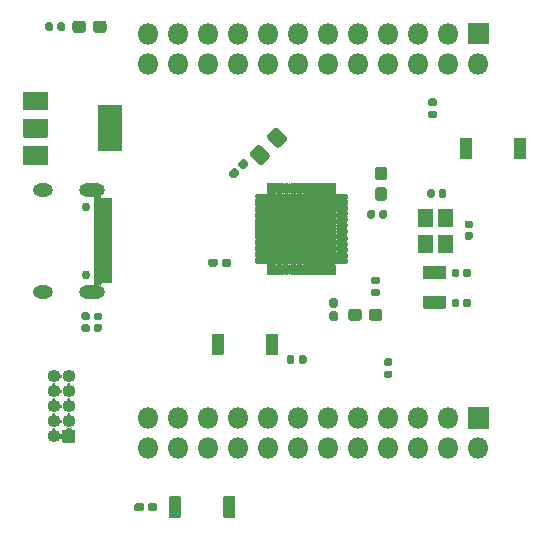
<source format=gbr>
G04 #@! TF.GenerationSoftware,KiCad,Pcbnew,(5.1.10-1-10_14)*
G04 #@! TF.CreationDate,2021-08-17T00:22:47+08:00*
G04 #@! TF.ProjectId,stm32f401_devboard,73746d33-3266-4343-9031-5f646576626f,rev?*
G04 #@! TF.SameCoordinates,Original*
G04 #@! TF.FileFunction,Soldermask,Top*
G04 #@! TF.FilePolarity,Negative*
%FSLAX46Y46*%
G04 Gerber Fmt 4.6, Leading zero omitted, Abs format (unit mm)*
G04 Created by KiCad (PCBNEW (5.1.10-1-10_14)) date 2021-08-17 00:22:47*
%MOMM*%
%LPD*%
G01*
G04 APERTURE LIST*
%ADD10O,1.802000X1.802000*%
%ADD11O,2.202000X1.102000*%
%ADD12C,0.752000*%
%ADD13O,1.702000X1.102000*%
%ADD14O,1.102000X1.102000*%
%ADD15C,0.100000*%
G04 APERTURE END LIST*
G36*
G01*
X106549500Y-102079000D02*
X106970500Y-102079000D01*
G75*
G02*
X107131000Y-102239500I0J-160500D01*
G01*
X107131000Y-102560500D01*
G75*
G02*
X106970500Y-102721000I-160500J0D01*
G01*
X106549500Y-102721000D01*
G75*
G02*
X106389000Y-102560500I0J160500D01*
G01*
X106389000Y-102239500D01*
G75*
G02*
X106549500Y-102079000I160500J0D01*
G01*
G37*
G36*
G01*
X106549500Y-101059000D02*
X106970500Y-101059000D01*
G75*
G02*
X107131000Y-101219500I0J-160500D01*
G01*
X107131000Y-101540500D01*
G75*
G02*
X106970500Y-101701000I-160500J0D01*
G01*
X106549500Y-101701000D01*
G75*
G02*
X106389000Y-101540500I0J160500D01*
G01*
X106389000Y-101219500D01*
G75*
G02*
X106549500Y-101059000I160500J0D01*
G01*
G37*
G36*
G01*
X107574500Y-102039000D02*
X107965500Y-102039000D01*
G75*
G02*
X108131000Y-102204500I0J-165500D01*
G01*
X108131000Y-102535500D01*
G75*
G02*
X107965500Y-102701000I-165500J0D01*
G01*
X107574500Y-102701000D01*
G75*
G02*
X107409000Y-102535500I0J165500D01*
G01*
X107409000Y-102204500D01*
G75*
G02*
X107574500Y-102039000I165500J0D01*
G01*
G37*
G36*
G01*
X107574500Y-101079000D02*
X107965500Y-101079000D01*
G75*
G02*
X108131000Y-101244500I0J-165500D01*
G01*
X108131000Y-101575500D01*
G75*
G02*
X107965500Y-101741000I-165500J0D01*
G01*
X107574500Y-101741000D01*
G75*
G02*
X107409000Y-101575500I0J165500D01*
G01*
X107409000Y-101244500D01*
G75*
G02*
X107574500Y-101079000I165500J0D01*
G01*
G37*
G36*
G01*
X130121000Y-101007000D02*
X130121000Y-101533000D01*
G75*
G02*
X129858000Y-101796000I-263000J0D01*
G01*
X129232000Y-101796000D01*
G75*
G02*
X128969000Y-101533000I0J263000D01*
G01*
X128969000Y-101007000D01*
G75*
G02*
X129232000Y-100744000I263000J0D01*
G01*
X129858000Y-100744000D01*
G75*
G02*
X130121000Y-101007000I0J-263000D01*
G01*
G37*
G36*
G01*
X131871000Y-101007000D02*
X131871000Y-101533000D01*
G75*
G02*
X131608000Y-101796000I-263000J0D01*
G01*
X130982000Y-101796000D01*
G75*
G02*
X130719000Y-101533000I0J263000D01*
G01*
X130719000Y-101007000D01*
G75*
G02*
X130982000Y-100744000I263000J0D01*
G01*
X131608000Y-100744000D01*
G75*
G02*
X131871000Y-101007000I0J-263000D01*
G01*
G37*
G36*
G01*
X107359000Y-77143000D02*
X107359000Y-76617000D01*
G75*
G02*
X107622000Y-76354000I263000J0D01*
G01*
X108248000Y-76354000D01*
G75*
G02*
X108511000Y-76617000I0J-263000D01*
G01*
X108511000Y-77143000D01*
G75*
G02*
X108248000Y-77406000I-263000J0D01*
G01*
X107622000Y-77406000D01*
G75*
G02*
X107359000Y-77143000I0J263000D01*
G01*
G37*
G36*
G01*
X105609000Y-77143000D02*
X105609000Y-76617000D01*
G75*
G02*
X105872000Y-76354000I263000J0D01*
G01*
X106498000Y-76354000D01*
G75*
G02*
X106761000Y-76617000I0J-263000D01*
G01*
X106761000Y-77143000D01*
G75*
G02*
X106498000Y-77406000I-263000J0D01*
G01*
X105872000Y-77406000D01*
G75*
G02*
X105609000Y-77143000I0J263000D01*
G01*
G37*
G36*
G01*
X127910500Y-100681000D02*
X127549500Y-100681000D01*
G75*
G02*
X127369000Y-100500500I0J180500D01*
G01*
X127369000Y-100024500D01*
G75*
G02*
X127549500Y-99844000I180500J0D01*
G01*
X127910500Y-99844000D01*
G75*
G02*
X128091000Y-100024500I0J-180500D01*
G01*
X128091000Y-100500500D01*
G75*
G02*
X127910500Y-100681000I-180500J0D01*
G01*
G37*
G36*
G01*
X127910500Y-101816000D02*
X127549500Y-101816000D01*
G75*
G02*
X127369000Y-101635500I0J180500D01*
G01*
X127369000Y-101159500D01*
G75*
G02*
X127549500Y-100979000I180500J0D01*
G01*
X127910500Y-100979000D01*
G75*
G02*
X128091000Y-101159500I0J-180500D01*
G01*
X128091000Y-101635500D01*
G75*
G02*
X127910500Y-101816000I-180500J0D01*
G01*
G37*
G36*
G01*
X118249000Y-97040500D02*
X118249000Y-96679500D01*
G75*
G02*
X118429500Y-96499000I180500J0D01*
G01*
X118905500Y-96499000D01*
G75*
G02*
X119086000Y-96679500I0J-180500D01*
G01*
X119086000Y-97040500D01*
G75*
G02*
X118905500Y-97221000I-180500J0D01*
G01*
X118429500Y-97221000D01*
G75*
G02*
X118249000Y-97040500I0J180500D01*
G01*
G37*
G36*
G01*
X117114000Y-97040500D02*
X117114000Y-96679500D01*
G75*
G02*
X117294500Y-96499000I180500J0D01*
G01*
X117770500Y-96499000D01*
G75*
G02*
X117951000Y-96679500I0J-180500D01*
G01*
X117951000Y-97040500D01*
G75*
G02*
X117770500Y-97221000I-180500J0D01*
G01*
X117294500Y-97221000D01*
G75*
G02*
X117114000Y-97040500I0J180500D01*
G01*
G37*
G36*
G01*
X119457009Y-88867726D02*
X119712274Y-89122991D01*
G75*
G02*
X119712274Y-89378257I-127633J-127633D01*
G01*
X119375691Y-89714840D01*
G75*
G02*
X119120425Y-89714840I-127633J127633D01*
G01*
X118865160Y-89459575D01*
G75*
G02*
X118865160Y-89204309I127633J127633D01*
G01*
X119201743Y-88867726D01*
G75*
G02*
X119457009Y-88867726I127633J-127633D01*
G01*
G37*
G36*
G01*
X120259575Y-88065160D02*
X120514840Y-88320425D01*
G75*
G02*
X120514840Y-88575691I-127633J-127633D01*
G01*
X120178257Y-88912274D01*
G75*
G02*
X119922991Y-88912274I-127633J127633D01*
G01*
X119667726Y-88657009D01*
G75*
G02*
X119667726Y-88401743I127633J127633D01*
G01*
X120004309Y-88065160D01*
G75*
G02*
X120259575Y-88065160I127633J-127633D01*
G01*
G37*
D10*
X112060000Y-112540000D03*
X112060000Y-110000000D03*
X114600000Y-112540000D03*
X114600000Y-110000000D03*
X117140000Y-112540000D03*
X117140000Y-110000000D03*
X119680000Y-112540000D03*
X119680000Y-110000000D03*
X122220000Y-112540000D03*
X122220000Y-110000000D03*
X124760000Y-112540000D03*
X124760000Y-110000000D03*
X127300000Y-112540000D03*
X127300000Y-110000000D03*
X129840000Y-112540000D03*
X129840000Y-110000000D03*
X132380000Y-112540000D03*
X132380000Y-110000000D03*
X134920000Y-112540000D03*
X134920000Y-110000000D03*
X137460000Y-112540000D03*
X137460000Y-110000000D03*
X140000000Y-112540000D03*
G36*
G01*
X139150000Y-109099000D02*
X140850000Y-109099000D01*
G75*
G02*
X140901000Y-109150000I0J-51000D01*
G01*
X140901000Y-110850000D01*
G75*
G02*
X140850000Y-110901000I-51000J0D01*
G01*
X139150000Y-110901000D01*
G75*
G02*
X139099000Y-110850000I0J51000D01*
G01*
X139099000Y-109150000D01*
G75*
G02*
X139150000Y-109099000I51000J0D01*
G01*
G37*
X112060000Y-80000000D03*
X112060000Y-77460000D03*
X114600000Y-80000000D03*
X114600000Y-77460000D03*
X117140000Y-80000000D03*
X117140000Y-77460000D03*
X119680000Y-80000000D03*
X119680000Y-77460000D03*
X122220000Y-80000000D03*
X122220000Y-77460000D03*
X124760000Y-80000000D03*
X124760000Y-77460000D03*
X127300000Y-80000000D03*
X127300000Y-77460000D03*
X129840000Y-80000000D03*
X129840000Y-77460000D03*
X132380000Y-80000000D03*
X132380000Y-77460000D03*
X134920000Y-80000000D03*
X134920000Y-77460000D03*
X137460000Y-80000000D03*
X137460000Y-77460000D03*
X140000000Y-80000000D03*
G36*
G01*
X139150000Y-76559000D02*
X140850000Y-76559000D01*
G75*
G02*
X140901000Y-76610000I0J-51000D01*
G01*
X140901000Y-78310000D01*
G75*
G02*
X140850000Y-78361000I-51000J0D01*
G01*
X139150000Y-78361000D01*
G75*
G02*
X139099000Y-78310000I0J51000D01*
G01*
X139099000Y-76610000D01*
G75*
G02*
X139150000Y-76559000I51000J0D01*
G01*
G37*
G36*
G01*
X111979000Y-117720500D02*
X111979000Y-117359500D01*
G75*
G02*
X112159500Y-117179000I180500J0D01*
G01*
X112635500Y-117179000D01*
G75*
G02*
X112816000Y-117359500I0J-180500D01*
G01*
X112816000Y-117720500D01*
G75*
G02*
X112635500Y-117901000I-180500J0D01*
G01*
X112159500Y-117901000D01*
G75*
G02*
X111979000Y-117720500I0J180500D01*
G01*
G37*
G36*
G01*
X110844000Y-117720500D02*
X110844000Y-117359500D01*
G75*
G02*
X111024500Y-117179000I180500J0D01*
G01*
X111500500Y-117179000D01*
G75*
G02*
X111681000Y-117359500I0J-180500D01*
G01*
X111681000Y-117720500D01*
G75*
G02*
X111500500Y-117901000I-180500J0D01*
G01*
X111024500Y-117901000D01*
G75*
G02*
X110844000Y-117720500I0J180500D01*
G01*
G37*
G36*
G01*
X136130001Y-96031000D02*
X134929999Y-96031000D01*
G75*
G02*
X134879000Y-95980001I0J50999D01*
G01*
X134879000Y-94579999D01*
G75*
G02*
X134929999Y-94529000I50999J0D01*
G01*
X136130001Y-94529000D01*
G75*
G02*
X136181000Y-94579999I0J-50999D01*
G01*
X136181000Y-95980001D01*
G75*
G02*
X136130001Y-96031000I-50999J0D01*
G01*
G37*
G36*
G01*
X136130001Y-93831000D02*
X134929999Y-93831000D01*
G75*
G02*
X134879000Y-93780001I0J50999D01*
G01*
X134879000Y-92379999D01*
G75*
G02*
X134929999Y-92329000I50999J0D01*
G01*
X136130001Y-92329000D01*
G75*
G02*
X136181000Y-92379999I0J-50999D01*
G01*
X136181000Y-93780001D01*
G75*
G02*
X136130001Y-93831000I-50999J0D01*
G01*
G37*
G36*
G01*
X137830001Y-93831000D02*
X136629999Y-93831000D01*
G75*
G02*
X136579000Y-93780001I0J50999D01*
G01*
X136579000Y-92379999D01*
G75*
G02*
X136629999Y-92329000I50999J0D01*
G01*
X137830001Y-92329000D01*
G75*
G02*
X137881000Y-92379999I0J-50999D01*
G01*
X137881000Y-93780001D01*
G75*
G02*
X137830001Y-93831000I-50999J0D01*
G01*
G37*
G36*
G01*
X137830001Y-96031000D02*
X136629999Y-96031000D01*
G75*
G02*
X136579000Y-95980001I0J50999D01*
G01*
X136579000Y-94579999D01*
G75*
G02*
X136629999Y-94529000I50999J0D01*
G01*
X137830001Y-94529000D01*
G75*
G02*
X137881000Y-94579999I0J-50999D01*
G01*
X137881000Y-95980001D01*
G75*
G02*
X137830001Y-96031000I-50999J0D01*
G01*
G37*
G36*
G01*
X107480000Y-97899000D02*
X108930000Y-97899000D01*
G75*
G02*
X108981000Y-97950000I0J-51000D01*
G01*
X108981000Y-98550000D01*
G75*
G02*
X108930000Y-98601000I-51000J0D01*
G01*
X107480000Y-98601000D01*
G75*
G02*
X107429000Y-98550000I0J51000D01*
G01*
X107429000Y-97950000D01*
G75*
G02*
X107480000Y-97899000I51000J0D01*
G01*
G37*
G36*
G01*
X107480000Y-97099000D02*
X108930000Y-97099000D01*
G75*
G02*
X108981000Y-97150000I0J-51000D01*
G01*
X108981000Y-97750000D01*
G75*
G02*
X108930000Y-97801000I-51000J0D01*
G01*
X107480000Y-97801000D01*
G75*
G02*
X107429000Y-97750000I0J51000D01*
G01*
X107429000Y-97150000D01*
G75*
G02*
X107480000Y-97099000I51000J0D01*
G01*
G37*
G36*
G01*
X107480000Y-92199000D02*
X108930000Y-92199000D01*
G75*
G02*
X108981000Y-92250000I0J-51000D01*
G01*
X108981000Y-92850000D01*
G75*
G02*
X108930000Y-92901000I-51000J0D01*
G01*
X107480000Y-92901000D01*
G75*
G02*
X107429000Y-92850000I0J51000D01*
G01*
X107429000Y-92250000D01*
G75*
G02*
X107480000Y-92199000I51000J0D01*
G01*
G37*
G36*
G01*
X107480000Y-91399000D02*
X108930000Y-91399000D01*
G75*
G02*
X108981000Y-91450000I0J-51000D01*
G01*
X108981000Y-92050000D01*
G75*
G02*
X108930000Y-92101000I-51000J0D01*
G01*
X107480000Y-92101000D01*
G75*
G02*
X107429000Y-92050000I0J51000D01*
G01*
X107429000Y-91450000D01*
G75*
G02*
X107480000Y-91399000I51000J0D01*
G01*
G37*
G36*
G01*
X107480000Y-91399000D02*
X108930000Y-91399000D01*
G75*
G02*
X108981000Y-91450000I0J-51000D01*
G01*
X108981000Y-92050000D01*
G75*
G02*
X108930000Y-92101000I-51000J0D01*
G01*
X107480000Y-92101000D01*
G75*
G02*
X107429000Y-92050000I0J51000D01*
G01*
X107429000Y-91450000D01*
G75*
G02*
X107480000Y-91399000I51000J0D01*
G01*
G37*
G36*
G01*
X107480000Y-92199000D02*
X108930000Y-92199000D01*
G75*
G02*
X108981000Y-92250000I0J-51000D01*
G01*
X108981000Y-92850000D01*
G75*
G02*
X108930000Y-92901000I-51000J0D01*
G01*
X107480000Y-92901000D01*
G75*
G02*
X107429000Y-92850000I0J51000D01*
G01*
X107429000Y-92250000D01*
G75*
G02*
X107480000Y-92199000I51000J0D01*
G01*
G37*
G36*
G01*
X107480000Y-97099000D02*
X108930000Y-97099000D01*
G75*
G02*
X108981000Y-97150000I0J-51000D01*
G01*
X108981000Y-97750000D01*
G75*
G02*
X108930000Y-97801000I-51000J0D01*
G01*
X107480000Y-97801000D01*
G75*
G02*
X107429000Y-97750000I0J51000D01*
G01*
X107429000Y-97150000D01*
G75*
G02*
X107480000Y-97099000I51000J0D01*
G01*
G37*
G36*
G01*
X107480000Y-97899000D02*
X108930000Y-97899000D01*
G75*
G02*
X108981000Y-97950000I0J-51000D01*
G01*
X108981000Y-98550000D01*
G75*
G02*
X108930000Y-98601000I-51000J0D01*
G01*
X107480000Y-98601000D01*
G75*
G02*
X107429000Y-98550000I0J51000D01*
G01*
X107429000Y-97950000D01*
G75*
G02*
X107480000Y-97899000I51000J0D01*
G01*
G37*
G36*
G01*
X107480000Y-93049000D02*
X108930000Y-93049000D01*
G75*
G02*
X108981000Y-93100000I0J-51000D01*
G01*
X108981000Y-93400000D01*
G75*
G02*
X108930000Y-93451000I-51000J0D01*
G01*
X107480000Y-93451000D01*
G75*
G02*
X107429000Y-93400000I0J51000D01*
G01*
X107429000Y-93100000D01*
G75*
G02*
X107480000Y-93049000I51000J0D01*
G01*
G37*
G36*
G01*
X107480000Y-93549000D02*
X108930000Y-93549000D01*
G75*
G02*
X108981000Y-93600000I0J-51000D01*
G01*
X108981000Y-93900000D01*
G75*
G02*
X108930000Y-93951000I-51000J0D01*
G01*
X107480000Y-93951000D01*
G75*
G02*
X107429000Y-93900000I0J51000D01*
G01*
X107429000Y-93600000D01*
G75*
G02*
X107480000Y-93549000I51000J0D01*
G01*
G37*
G36*
G01*
X107480000Y-94049000D02*
X108930000Y-94049000D01*
G75*
G02*
X108981000Y-94100000I0J-51000D01*
G01*
X108981000Y-94400000D01*
G75*
G02*
X108930000Y-94451000I-51000J0D01*
G01*
X107480000Y-94451000D01*
G75*
G02*
X107429000Y-94400000I0J51000D01*
G01*
X107429000Y-94100000D01*
G75*
G02*
X107480000Y-94049000I51000J0D01*
G01*
G37*
G36*
G01*
X107480000Y-95049000D02*
X108930000Y-95049000D01*
G75*
G02*
X108981000Y-95100000I0J-51000D01*
G01*
X108981000Y-95400000D01*
G75*
G02*
X108930000Y-95451000I-51000J0D01*
G01*
X107480000Y-95451000D01*
G75*
G02*
X107429000Y-95400000I0J51000D01*
G01*
X107429000Y-95100000D01*
G75*
G02*
X107480000Y-95049000I51000J0D01*
G01*
G37*
G36*
G01*
X107480000Y-95549000D02*
X108930000Y-95549000D01*
G75*
G02*
X108981000Y-95600000I0J-51000D01*
G01*
X108981000Y-95900000D01*
G75*
G02*
X108930000Y-95951000I-51000J0D01*
G01*
X107480000Y-95951000D01*
G75*
G02*
X107429000Y-95900000I0J51000D01*
G01*
X107429000Y-95600000D01*
G75*
G02*
X107480000Y-95549000I51000J0D01*
G01*
G37*
G36*
G01*
X107480000Y-96049000D02*
X108930000Y-96049000D01*
G75*
G02*
X108981000Y-96100000I0J-51000D01*
G01*
X108981000Y-96400000D01*
G75*
G02*
X108930000Y-96451000I-51000J0D01*
G01*
X107480000Y-96451000D01*
G75*
G02*
X107429000Y-96400000I0J51000D01*
G01*
X107429000Y-96100000D01*
G75*
G02*
X107480000Y-96049000I51000J0D01*
G01*
G37*
G36*
G01*
X107480000Y-96549000D02*
X108930000Y-96549000D01*
G75*
G02*
X108981000Y-96600000I0J-51000D01*
G01*
X108981000Y-96900000D01*
G75*
G02*
X108930000Y-96951000I-51000J0D01*
G01*
X107480000Y-96951000D01*
G75*
G02*
X107429000Y-96900000I0J51000D01*
G01*
X107429000Y-96600000D01*
G75*
G02*
X107480000Y-96549000I51000J0D01*
G01*
G37*
G36*
G01*
X107480000Y-94549000D02*
X108930000Y-94549000D01*
G75*
G02*
X108981000Y-94600000I0J-51000D01*
G01*
X108981000Y-94900000D01*
G75*
G02*
X108930000Y-94951000I-51000J0D01*
G01*
X107480000Y-94951000D01*
G75*
G02*
X107429000Y-94900000I0J51000D01*
G01*
X107429000Y-94600000D01*
G75*
G02*
X107480000Y-94549000I51000J0D01*
G01*
G37*
D11*
X107290000Y-99320000D03*
X107290000Y-90680000D03*
D12*
X106760000Y-92110000D03*
D13*
X103110000Y-90680000D03*
D12*
X106760000Y-97890000D03*
D13*
X103110000Y-99320000D03*
G36*
G01*
X101449000Y-83910000D02*
X101449000Y-82410000D01*
G75*
G02*
X101500000Y-82359000I51000J0D01*
G01*
X103500000Y-82359000D01*
G75*
G02*
X103551000Y-82410000I0J-51000D01*
G01*
X103551000Y-83910000D01*
G75*
G02*
X103500000Y-83961000I-51000J0D01*
G01*
X101500000Y-83961000D01*
G75*
G02*
X101449000Y-83910000I0J51000D01*
G01*
G37*
G36*
G01*
X101449000Y-88510000D02*
X101449000Y-87010000D01*
G75*
G02*
X101500000Y-86959000I51000J0D01*
G01*
X103500000Y-86959000D01*
G75*
G02*
X103551000Y-87010000I0J-51000D01*
G01*
X103551000Y-88510000D01*
G75*
G02*
X103500000Y-88561000I-51000J0D01*
G01*
X101500000Y-88561000D01*
G75*
G02*
X101449000Y-88510000I0J51000D01*
G01*
G37*
G36*
G01*
X101449000Y-86210000D02*
X101449000Y-84710000D01*
G75*
G02*
X101500000Y-84659000I51000J0D01*
G01*
X103500000Y-84659000D01*
G75*
G02*
X103551000Y-84710000I0J-51000D01*
G01*
X103551000Y-86210000D01*
G75*
G02*
X103500000Y-86261000I-51000J0D01*
G01*
X101500000Y-86261000D01*
G75*
G02*
X101449000Y-86210000I0J51000D01*
G01*
G37*
G36*
G01*
X107749000Y-87360000D02*
X107749000Y-83560000D01*
G75*
G02*
X107800000Y-83509000I51000J0D01*
G01*
X109800000Y-83509000D01*
G75*
G02*
X109851000Y-83560000I0J-51000D01*
G01*
X109851000Y-87360000D01*
G75*
G02*
X109800000Y-87411000I-51000J0D01*
G01*
X107800000Y-87411000D01*
G75*
G02*
X107749000Y-87360000I0J51000D01*
G01*
G37*
G36*
G01*
X123020969Y-102910002D02*
X123020969Y-104609998D01*
G75*
G02*
X122969969Y-104660998I-51000J0D01*
G01*
X122069971Y-104660998D01*
G75*
G02*
X122018971Y-104609998I0J51000D01*
G01*
X122018971Y-102910002D01*
G75*
G02*
X122069971Y-102859002I51000J0D01*
G01*
X122969969Y-102859002D01*
G75*
G02*
X123020969Y-102910002I0J-51000D01*
G01*
G37*
G36*
G01*
X118421029Y-102910002D02*
X118421029Y-104609998D01*
G75*
G02*
X118370029Y-104660998I-51000J0D01*
G01*
X117470031Y-104660998D01*
G75*
G02*
X117419031Y-104609998I0J51000D01*
G01*
X117419031Y-102910002D01*
G75*
G02*
X117470031Y-102859002I51000J0D01*
G01*
X118370029Y-102859002D01*
G75*
G02*
X118421029Y-102910002I0J-51000D01*
G01*
G37*
G36*
G01*
X138429031Y-88039998D02*
X138429031Y-86340002D01*
G75*
G02*
X138480031Y-86289002I51000J0D01*
G01*
X139380029Y-86289002D01*
G75*
G02*
X139431029Y-86340002I0J-51000D01*
G01*
X139431029Y-88039998D01*
G75*
G02*
X139380029Y-88090998I-51000J0D01*
G01*
X138480031Y-88090998D01*
G75*
G02*
X138429031Y-88039998I0J51000D01*
G01*
G37*
G36*
G01*
X143028971Y-88039998D02*
X143028971Y-86340002D01*
G75*
G02*
X143079971Y-86289002I51000J0D01*
G01*
X143979969Y-86289002D01*
G75*
G02*
X144030969Y-86340002I0J-51000D01*
G01*
X144030969Y-88039998D01*
G75*
G02*
X143979969Y-88090998I-51000J0D01*
G01*
X143079971Y-88090998D01*
G75*
G02*
X143028971Y-88039998I0J51000D01*
G01*
G37*
G36*
G01*
X135899500Y-83969000D02*
X136320500Y-83969000D01*
G75*
G02*
X136481000Y-84129500I0J-160500D01*
G01*
X136481000Y-84450500D01*
G75*
G02*
X136320500Y-84611000I-160500J0D01*
G01*
X135899500Y-84611000D01*
G75*
G02*
X135739000Y-84450500I0J160500D01*
G01*
X135739000Y-84129500D01*
G75*
G02*
X135899500Y-83969000I160500J0D01*
G01*
G37*
G36*
G01*
X135899500Y-82949000D02*
X136320500Y-82949000D01*
G75*
G02*
X136481000Y-83109500I0J-160500D01*
G01*
X136481000Y-83430500D01*
G75*
G02*
X136320500Y-83591000I-160500J0D01*
G01*
X135899500Y-83591000D01*
G75*
G02*
X135739000Y-83430500I0J160500D01*
G01*
X135739000Y-83109500D01*
G75*
G02*
X135899500Y-82949000I160500J0D01*
G01*
G37*
G36*
G01*
X131609000Y-92960500D02*
X131609000Y-92539500D01*
G75*
G02*
X131769500Y-92379000I160500J0D01*
G01*
X132090500Y-92379000D01*
G75*
G02*
X132251000Y-92539500I0J-160500D01*
G01*
X132251000Y-92960500D01*
G75*
G02*
X132090500Y-93121000I-160500J0D01*
G01*
X131769500Y-93121000D01*
G75*
G02*
X131609000Y-92960500I0J160500D01*
G01*
G37*
G36*
G01*
X130589000Y-92960500D02*
X130589000Y-92539500D01*
G75*
G02*
X130749500Y-92379000I160500J0D01*
G01*
X131070500Y-92379000D01*
G75*
G02*
X131231000Y-92539500I0J-160500D01*
G01*
X131231000Y-92960500D01*
G75*
G02*
X131070500Y-93121000I-160500J0D01*
G01*
X130749500Y-93121000D01*
G75*
G02*
X130589000Y-92960500I0J160500D01*
G01*
G37*
G36*
G01*
X131510500Y-98681000D02*
X131089500Y-98681000D01*
G75*
G02*
X130929000Y-98520500I0J160500D01*
G01*
X130929000Y-98199500D01*
G75*
G02*
X131089500Y-98039000I160500J0D01*
G01*
X131510500Y-98039000D01*
G75*
G02*
X131671000Y-98199500I0J-160500D01*
G01*
X131671000Y-98520500D01*
G75*
G02*
X131510500Y-98681000I-160500J0D01*
G01*
G37*
G36*
G01*
X131510500Y-99701000D02*
X131089500Y-99701000D01*
G75*
G02*
X130929000Y-99540500I0J160500D01*
G01*
X130929000Y-99219500D01*
G75*
G02*
X131089500Y-99059000I160500J0D01*
G01*
X131510500Y-99059000D01*
G75*
G02*
X131671000Y-99219500I0J-160500D01*
G01*
X131671000Y-99540500D01*
G75*
G02*
X131510500Y-99701000I-160500J0D01*
G01*
G37*
G36*
G01*
X103971000Y-76659500D02*
X103971000Y-77080500D01*
G75*
G02*
X103810500Y-77241000I-160500J0D01*
G01*
X103489500Y-77241000D01*
G75*
G02*
X103329000Y-77080500I0J160500D01*
G01*
X103329000Y-76659500D01*
G75*
G02*
X103489500Y-76499000I160500J0D01*
G01*
X103810500Y-76499000D01*
G75*
G02*
X103971000Y-76659500I0J-160500D01*
G01*
G37*
G36*
G01*
X104991000Y-76659500D02*
X104991000Y-77080500D01*
G75*
G02*
X104830500Y-77241000I-160500J0D01*
G01*
X104509500Y-77241000D01*
G75*
G02*
X104349000Y-77080500I0J160500D01*
G01*
X104349000Y-76659500D01*
G75*
G02*
X104509500Y-76499000I160500J0D01*
G01*
X104830500Y-76499000D01*
G75*
G02*
X104991000Y-76659500I0J-160500D01*
G01*
G37*
G36*
G01*
X124799000Y-105260500D02*
X124799000Y-104839500D01*
G75*
G02*
X124959500Y-104679000I160500J0D01*
G01*
X125280500Y-104679000D01*
G75*
G02*
X125441000Y-104839500I0J-160500D01*
G01*
X125441000Y-105260500D01*
G75*
G02*
X125280500Y-105421000I-160500J0D01*
G01*
X124959500Y-105421000D01*
G75*
G02*
X124799000Y-105260500I0J160500D01*
G01*
G37*
G36*
G01*
X123779000Y-105260500D02*
X123779000Y-104839500D01*
G75*
G02*
X123939500Y-104679000I160500J0D01*
G01*
X124260500Y-104679000D01*
G75*
G02*
X124421000Y-104839500I0J-160500D01*
G01*
X124421000Y-105260500D01*
G75*
G02*
X124260500Y-105421000I-160500J0D01*
G01*
X123939500Y-105421000D01*
G75*
G02*
X123779000Y-105260500I0J160500D01*
G01*
G37*
G36*
G01*
X132560500Y-105601000D02*
X132139500Y-105601000D01*
G75*
G02*
X131979000Y-105440500I0J160500D01*
G01*
X131979000Y-105119500D01*
G75*
G02*
X132139500Y-104959000I160500J0D01*
G01*
X132560500Y-104959000D01*
G75*
G02*
X132721000Y-105119500I0J-160500D01*
G01*
X132721000Y-105440500D01*
G75*
G02*
X132560500Y-105601000I-160500J0D01*
G01*
G37*
G36*
G01*
X132560500Y-106621000D02*
X132139500Y-106621000D01*
G75*
G02*
X131979000Y-106460500I0J160500D01*
G01*
X131979000Y-106139500D01*
G75*
G02*
X132139500Y-105979000I160500J0D01*
G01*
X132560500Y-105979000D01*
G75*
G02*
X132721000Y-106139500I0J-160500D01*
G01*
X132721000Y-106460500D01*
G75*
G02*
X132560500Y-106621000I-160500J0D01*
G01*
G37*
G36*
G01*
X138391000Y-100064500D02*
X138391000Y-100455500D01*
G75*
G02*
X138225500Y-100621000I-165500J0D01*
G01*
X137894500Y-100621000D01*
G75*
G02*
X137729000Y-100455500I0J165500D01*
G01*
X137729000Y-100064500D01*
G75*
G02*
X137894500Y-99899000I165500J0D01*
G01*
X138225500Y-99899000D01*
G75*
G02*
X138391000Y-100064500I0J-165500D01*
G01*
G37*
G36*
G01*
X139351000Y-100064500D02*
X139351000Y-100455500D01*
G75*
G02*
X139185500Y-100621000I-165500J0D01*
G01*
X138854500Y-100621000D01*
G75*
G02*
X138689000Y-100455500I0J165500D01*
G01*
X138689000Y-100064500D01*
G75*
G02*
X138854500Y-99899000I165500J0D01*
G01*
X139185500Y-99899000D01*
G75*
G02*
X139351000Y-100064500I0J-165500D01*
G01*
G37*
G36*
G01*
X138391000Y-97524500D02*
X138391000Y-97915500D01*
G75*
G02*
X138225500Y-98081000I-165500J0D01*
G01*
X137894500Y-98081000D01*
G75*
G02*
X137729000Y-97915500I0J165500D01*
G01*
X137729000Y-97524500D01*
G75*
G02*
X137894500Y-97359000I165500J0D01*
G01*
X138225500Y-97359000D01*
G75*
G02*
X138391000Y-97524500I0J-165500D01*
G01*
G37*
G36*
G01*
X139351000Y-97524500D02*
X139351000Y-97915500D01*
G75*
G02*
X139185500Y-98081000I-165500J0D01*
G01*
X138854500Y-98081000D01*
G75*
G02*
X138689000Y-97915500I0J165500D01*
G01*
X138689000Y-97524500D01*
G75*
G02*
X138854500Y-97359000I165500J0D01*
G01*
X139185500Y-97359000D01*
G75*
G02*
X139351000Y-97524500I0J-165500D01*
G01*
G37*
G36*
G01*
X136321000Y-90804500D02*
X136321000Y-91195500D01*
G75*
G02*
X136155500Y-91361000I-165500J0D01*
G01*
X135824500Y-91361000D01*
G75*
G02*
X135659000Y-91195500I0J165500D01*
G01*
X135659000Y-90804500D01*
G75*
G02*
X135824500Y-90639000I165500J0D01*
G01*
X136155500Y-90639000D01*
G75*
G02*
X136321000Y-90804500I0J-165500D01*
G01*
G37*
G36*
G01*
X137281000Y-90804500D02*
X137281000Y-91195500D01*
G75*
G02*
X137115500Y-91361000I-165500J0D01*
G01*
X136784500Y-91361000D01*
G75*
G02*
X136619000Y-91195500I0J165500D01*
G01*
X136619000Y-90804500D01*
G75*
G02*
X136784500Y-90639000I165500J0D01*
G01*
X137115500Y-90639000D01*
G75*
G02*
X137281000Y-90804500I0J-165500D01*
G01*
G37*
G36*
G01*
X138984500Y-94239000D02*
X139375500Y-94239000D01*
G75*
G02*
X139541000Y-94404500I0J-165500D01*
G01*
X139541000Y-94735500D01*
G75*
G02*
X139375500Y-94901000I-165500J0D01*
G01*
X138984500Y-94901000D01*
G75*
G02*
X138819000Y-94735500I0J165500D01*
G01*
X138819000Y-94404500D01*
G75*
G02*
X138984500Y-94239000I165500J0D01*
G01*
G37*
G36*
G01*
X138984500Y-93279000D02*
X139375500Y-93279000D01*
G75*
G02*
X139541000Y-93444500I0J-165500D01*
G01*
X139541000Y-93775500D01*
G75*
G02*
X139375500Y-93941000I-165500J0D01*
G01*
X138984500Y-93941000D01*
G75*
G02*
X138819000Y-93775500I0J165500D01*
G01*
X138819000Y-93444500D01*
G75*
G02*
X138984500Y-93279000I165500J0D01*
G01*
G37*
G36*
G01*
X131487000Y-90459000D02*
X132013000Y-90459000D01*
G75*
G02*
X132276000Y-90722000I0J-263000D01*
G01*
X132276000Y-91348000D01*
G75*
G02*
X132013000Y-91611000I-263000J0D01*
G01*
X131487000Y-91611000D01*
G75*
G02*
X131224000Y-91348000I0J263000D01*
G01*
X131224000Y-90722000D01*
G75*
G02*
X131487000Y-90459000I263000J0D01*
G01*
G37*
G36*
G01*
X131487000Y-88709000D02*
X132013000Y-88709000D01*
G75*
G02*
X132276000Y-88972000I0J-263000D01*
G01*
X132276000Y-89598000D01*
G75*
G02*
X132013000Y-89861000I-263000J0D01*
G01*
X131487000Y-89861000D01*
G75*
G02*
X131224000Y-89598000I0J263000D01*
G01*
X131224000Y-88972000D01*
G75*
G02*
X131487000Y-88709000I263000J0D01*
G01*
G37*
G36*
G01*
X113799031Y-118389998D02*
X113799031Y-116690002D01*
G75*
G02*
X113850031Y-116639002I51000J0D01*
G01*
X114750029Y-116639002D01*
G75*
G02*
X114801029Y-116690002I0J-51000D01*
G01*
X114801029Y-118389998D01*
G75*
G02*
X114750029Y-118440998I-51000J0D01*
G01*
X113850031Y-118440998D01*
G75*
G02*
X113799031Y-118389998I0J51000D01*
G01*
G37*
G36*
G01*
X118398971Y-118389998D02*
X118398971Y-116690002D01*
G75*
G02*
X118449971Y-116639002I51000J0D01*
G01*
X119349969Y-116639002D01*
G75*
G02*
X119400969Y-116690002I0J-51000D01*
G01*
X119400969Y-118389998D01*
G75*
G02*
X119349969Y-118440998I-51000J0D01*
G01*
X118449971Y-118440998D01*
G75*
G02*
X118398971Y-118389998I0J51000D01*
G01*
G37*
G36*
G01*
X137170000Y-100731000D02*
X135370000Y-100731000D01*
G75*
G02*
X135319000Y-100680000I0J51000D01*
G01*
X135319000Y-99680000D01*
G75*
G02*
X135370000Y-99629000I51000J0D01*
G01*
X137170000Y-99629000D01*
G75*
G02*
X137221000Y-99680000I0J-51000D01*
G01*
X137221000Y-100680000D01*
G75*
G02*
X137170000Y-100731000I-51000J0D01*
G01*
G37*
G36*
G01*
X137170000Y-98231000D02*
X135370000Y-98231000D01*
G75*
G02*
X135319000Y-98180000I0J51000D01*
G01*
X135319000Y-97180000D01*
G75*
G02*
X135370000Y-97129000I51000J0D01*
G01*
X137170000Y-97129000D01*
G75*
G02*
X137221000Y-97180000I0J-51000D01*
G01*
X137221000Y-98180000D01*
G75*
G02*
X137170000Y-98231000I-51000J0D01*
G01*
G37*
D14*
X105325000Y-106460000D03*
X104055000Y-106460000D03*
X105325000Y-107730000D03*
X104055000Y-107730000D03*
X105325000Y-109000000D03*
X104055000Y-109000000D03*
X105325000Y-110270000D03*
X104055000Y-110270000D03*
X104055000Y-111540000D03*
G36*
G01*
X105876000Y-111040000D02*
X105876000Y-112040000D01*
G75*
G02*
X105825000Y-112091000I-51000J0D01*
G01*
X104825000Y-112091000D01*
G75*
G02*
X104774000Y-112040000I0J51000D01*
G01*
X104774000Y-111040000D01*
G75*
G02*
X104825000Y-110989000I51000J0D01*
G01*
X105825000Y-110989000D01*
G75*
G02*
X105876000Y-111040000I0J-51000D01*
G01*
G37*
G36*
G01*
X127851000Y-91200000D02*
X127851000Y-96800000D01*
G75*
G02*
X127800000Y-96851000I-51000J0D01*
G01*
X122200000Y-96851000D01*
G75*
G02*
X122149000Y-96800000I0J51000D01*
G01*
X122149000Y-91200000D01*
G75*
G02*
X122200000Y-91149000I51000J0D01*
G01*
X127800000Y-91149000D01*
G75*
G02*
X127851000Y-91200000I0J-51000D01*
G01*
G37*
G36*
G01*
X127926000Y-97037000D02*
X127926000Y-97838000D01*
G75*
G02*
X127838000Y-97926000I-88000J0D01*
G01*
X127662000Y-97926000D01*
G75*
G02*
X127574000Y-97838000I0J88000D01*
G01*
X127574000Y-97037000D01*
G75*
G02*
X127662000Y-96949000I88000J0D01*
G01*
X127838000Y-96949000D01*
G75*
G02*
X127926000Y-97037000I0J-88000D01*
G01*
G37*
G36*
G01*
X127426000Y-97037000D02*
X127426000Y-97838000D01*
G75*
G02*
X127338000Y-97926000I-88000J0D01*
G01*
X127162000Y-97926000D01*
G75*
G02*
X127074000Y-97838000I0J88000D01*
G01*
X127074000Y-97037000D01*
G75*
G02*
X127162000Y-96949000I88000J0D01*
G01*
X127338000Y-96949000D01*
G75*
G02*
X127426000Y-97037000I0J-88000D01*
G01*
G37*
G36*
G01*
X126926000Y-97037000D02*
X126926000Y-97838000D01*
G75*
G02*
X126838000Y-97926000I-88000J0D01*
G01*
X126662000Y-97926000D01*
G75*
G02*
X126574000Y-97838000I0J88000D01*
G01*
X126574000Y-97037000D01*
G75*
G02*
X126662000Y-96949000I88000J0D01*
G01*
X126838000Y-96949000D01*
G75*
G02*
X126926000Y-97037000I0J-88000D01*
G01*
G37*
G36*
G01*
X126426000Y-97037000D02*
X126426000Y-97838000D01*
G75*
G02*
X126338000Y-97926000I-88000J0D01*
G01*
X126162000Y-97926000D01*
G75*
G02*
X126074000Y-97838000I0J88000D01*
G01*
X126074000Y-97037000D01*
G75*
G02*
X126162000Y-96949000I88000J0D01*
G01*
X126338000Y-96949000D01*
G75*
G02*
X126426000Y-97037000I0J-88000D01*
G01*
G37*
G36*
G01*
X125926000Y-97037000D02*
X125926000Y-97838000D01*
G75*
G02*
X125838000Y-97926000I-88000J0D01*
G01*
X125662000Y-97926000D01*
G75*
G02*
X125574000Y-97838000I0J88000D01*
G01*
X125574000Y-97037000D01*
G75*
G02*
X125662000Y-96949000I88000J0D01*
G01*
X125838000Y-96949000D01*
G75*
G02*
X125926000Y-97037000I0J-88000D01*
G01*
G37*
G36*
G01*
X125426000Y-97037000D02*
X125426000Y-97838000D01*
G75*
G02*
X125338000Y-97926000I-88000J0D01*
G01*
X125162000Y-97926000D01*
G75*
G02*
X125074000Y-97838000I0J88000D01*
G01*
X125074000Y-97037000D01*
G75*
G02*
X125162000Y-96949000I88000J0D01*
G01*
X125338000Y-96949000D01*
G75*
G02*
X125426000Y-97037000I0J-88000D01*
G01*
G37*
G36*
G01*
X124926000Y-97037000D02*
X124926000Y-97838000D01*
G75*
G02*
X124838000Y-97926000I-88000J0D01*
G01*
X124662000Y-97926000D01*
G75*
G02*
X124574000Y-97838000I0J88000D01*
G01*
X124574000Y-97037000D01*
G75*
G02*
X124662000Y-96949000I88000J0D01*
G01*
X124838000Y-96949000D01*
G75*
G02*
X124926000Y-97037000I0J-88000D01*
G01*
G37*
G36*
G01*
X124426000Y-97037000D02*
X124426000Y-97838000D01*
G75*
G02*
X124338000Y-97926000I-88000J0D01*
G01*
X124162000Y-97926000D01*
G75*
G02*
X124074000Y-97838000I0J88000D01*
G01*
X124074000Y-97037000D01*
G75*
G02*
X124162000Y-96949000I88000J0D01*
G01*
X124338000Y-96949000D01*
G75*
G02*
X124426000Y-97037000I0J-88000D01*
G01*
G37*
G36*
G01*
X123926000Y-97037000D02*
X123926000Y-97838000D01*
G75*
G02*
X123838000Y-97926000I-88000J0D01*
G01*
X123662000Y-97926000D01*
G75*
G02*
X123574000Y-97838000I0J88000D01*
G01*
X123574000Y-97037000D01*
G75*
G02*
X123662000Y-96949000I88000J0D01*
G01*
X123838000Y-96949000D01*
G75*
G02*
X123926000Y-97037000I0J-88000D01*
G01*
G37*
G36*
G01*
X123426000Y-97037000D02*
X123426000Y-97838000D01*
G75*
G02*
X123338000Y-97926000I-88000J0D01*
G01*
X123162000Y-97926000D01*
G75*
G02*
X123074000Y-97838000I0J88000D01*
G01*
X123074000Y-97037000D01*
G75*
G02*
X123162000Y-96949000I88000J0D01*
G01*
X123338000Y-96949000D01*
G75*
G02*
X123426000Y-97037000I0J-88000D01*
G01*
G37*
G36*
G01*
X122926000Y-97037000D02*
X122926000Y-97838000D01*
G75*
G02*
X122838000Y-97926000I-88000J0D01*
G01*
X122662000Y-97926000D01*
G75*
G02*
X122574000Y-97838000I0J88000D01*
G01*
X122574000Y-97037000D01*
G75*
G02*
X122662000Y-96949000I88000J0D01*
G01*
X122838000Y-96949000D01*
G75*
G02*
X122926000Y-97037000I0J-88000D01*
G01*
G37*
G36*
G01*
X122426000Y-97037000D02*
X122426000Y-97838000D01*
G75*
G02*
X122338000Y-97926000I-88000J0D01*
G01*
X122162000Y-97926000D01*
G75*
G02*
X122074000Y-97838000I0J88000D01*
G01*
X122074000Y-97037000D01*
G75*
G02*
X122162000Y-96949000I88000J0D01*
G01*
X122338000Y-96949000D01*
G75*
G02*
X122426000Y-97037000I0J-88000D01*
G01*
G37*
G36*
G01*
X122051000Y-96662000D02*
X122051000Y-96838000D01*
G75*
G02*
X121963000Y-96926000I-88000J0D01*
G01*
X121162000Y-96926000D01*
G75*
G02*
X121074000Y-96838000I0J88000D01*
G01*
X121074000Y-96662000D01*
G75*
G02*
X121162000Y-96574000I88000J0D01*
G01*
X121963000Y-96574000D01*
G75*
G02*
X122051000Y-96662000I0J-88000D01*
G01*
G37*
G36*
G01*
X122051000Y-96162000D02*
X122051000Y-96338000D01*
G75*
G02*
X121963000Y-96426000I-88000J0D01*
G01*
X121162000Y-96426000D01*
G75*
G02*
X121074000Y-96338000I0J88000D01*
G01*
X121074000Y-96162000D01*
G75*
G02*
X121162000Y-96074000I88000J0D01*
G01*
X121963000Y-96074000D01*
G75*
G02*
X122051000Y-96162000I0J-88000D01*
G01*
G37*
G36*
G01*
X122051000Y-95662000D02*
X122051000Y-95838000D01*
G75*
G02*
X121963000Y-95926000I-88000J0D01*
G01*
X121162000Y-95926000D01*
G75*
G02*
X121074000Y-95838000I0J88000D01*
G01*
X121074000Y-95662000D01*
G75*
G02*
X121162000Y-95574000I88000J0D01*
G01*
X121963000Y-95574000D01*
G75*
G02*
X122051000Y-95662000I0J-88000D01*
G01*
G37*
G36*
G01*
X122051000Y-95162000D02*
X122051000Y-95338000D01*
G75*
G02*
X121963000Y-95426000I-88000J0D01*
G01*
X121162000Y-95426000D01*
G75*
G02*
X121074000Y-95338000I0J88000D01*
G01*
X121074000Y-95162000D01*
G75*
G02*
X121162000Y-95074000I88000J0D01*
G01*
X121963000Y-95074000D01*
G75*
G02*
X122051000Y-95162000I0J-88000D01*
G01*
G37*
G36*
G01*
X122051000Y-94662000D02*
X122051000Y-94838000D01*
G75*
G02*
X121963000Y-94926000I-88000J0D01*
G01*
X121162000Y-94926000D01*
G75*
G02*
X121074000Y-94838000I0J88000D01*
G01*
X121074000Y-94662000D01*
G75*
G02*
X121162000Y-94574000I88000J0D01*
G01*
X121963000Y-94574000D01*
G75*
G02*
X122051000Y-94662000I0J-88000D01*
G01*
G37*
G36*
G01*
X122051000Y-94162000D02*
X122051000Y-94338000D01*
G75*
G02*
X121963000Y-94426000I-88000J0D01*
G01*
X121162000Y-94426000D01*
G75*
G02*
X121074000Y-94338000I0J88000D01*
G01*
X121074000Y-94162000D01*
G75*
G02*
X121162000Y-94074000I88000J0D01*
G01*
X121963000Y-94074000D01*
G75*
G02*
X122051000Y-94162000I0J-88000D01*
G01*
G37*
G36*
G01*
X122051000Y-93662000D02*
X122051000Y-93838000D01*
G75*
G02*
X121963000Y-93926000I-88000J0D01*
G01*
X121162000Y-93926000D01*
G75*
G02*
X121074000Y-93838000I0J88000D01*
G01*
X121074000Y-93662000D01*
G75*
G02*
X121162000Y-93574000I88000J0D01*
G01*
X121963000Y-93574000D01*
G75*
G02*
X122051000Y-93662000I0J-88000D01*
G01*
G37*
G36*
G01*
X122051000Y-93162000D02*
X122051000Y-93338000D01*
G75*
G02*
X121963000Y-93426000I-88000J0D01*
G01*
X121162000Y-93426000D01*
G75*
G02*
X121074000Y-93338000I0J88000D01*
G01*
X121074000Y-93162000D01*
G75*
G02*
X121162000Y-93074000I88000J0D01*
G01*
X121963000Y-93074000D01*
G75*
G02*
X122051000Y-93162000I0J-88000D01*
G01*
G37*
G36*
G01*
X122051000Y-92662000D02*
X122051000Y-92838000D01*
G75*
G02*
X121963000Y-92926000I-88000J0D01*
G01*
X121162000Y-92926000D01*
G75*
G02*
X121074000Y-92838000I0J88000D01*
G01*
X121074000Y-92662000D01*
G75*
G02*
X121162000Y-92574000I88000J0D01*
G01*
X121963000Y-92574000D01*
G75*
G02*
X122051000Y-92662000I0J-88000D01*
G01*
G37*
G36*
G01*
X122051000Y-92162000D02*
X122051000Y-92338000D01*
G75*
G02*
X121963000Y-92426000I-88000J0D01*
G01*
X121162000Y-92426000D01*
G75*
G02*
X121074000Y-92338000I0J88000D01*
G01*
X121074000Y-92162000D01*
G75*
G02*
X121162000Y-92074000I88000J0D01*
G01*
X121963000Y-92074000D01*
G75*
G02*
X122051000Y-92162000I0J-88000D01*
G01*
G37*
G36*
G01*
X122051000Y-91662000D02*
X122051000Y-91838000D01*
G75*
G02*
X121963000Y-91926000I-88000J0D01*
G01*
X121162000Y-91926000D01*
G75*
G02*
X121074000Y-91838000I0J88000D01*
G01*
X121074000Y-91662000D01*
G75*
G02*
X121162000Y-91574000I88000J0D01*
G01*
X121963000Y-91574000D01*
G75*
G02*
X122051000Y-91662000I0J-88000D01*
G01*
G37*
G36*
G01*
X122051000Y-91162000D02*
X122051000Y-91338000D01*
G75*
G02*
X121963000Y-91426000I-88000J0D01*
G01*
X121162000Y-91426000D01*
G75*
G02*
X121074000Y-91338000I0J88000D01*
G01*
X121074000Y-91162000D01*
G75*
G02*
X121162000Y-91074000I88000J0D01*
G01*
X121963000Y-91074000D01*
G75*
G02*
X122051000Y-91162000I0J-88000D01*
G01*
G37*
G36*
G01*
X122426000Y-90162000D02*
X122426000Y-90963000D01*
G75*
G02*
X122338000Y-91051000I-88000J0D01*
G01*
X122162000Y-91051000D01*
G75*
G02*
X122074000Y-90963000I0J88000D01*
G01*
X122074000Y-90162000D01*
G75*
G02*
X122162000Y-90074000I88000J0D01*
G01*
X122338000Y-90074000D01*
G75*
G02*
X122426000Y-90162000I0J-88000D01*
G01*
G37*
G36*
G01*
X122926000Y-90162000D02*
X122926000Y-90963000D01*
G75*
G02*
X122838000Y-91051000I-88000J0D01*
G01*
X122662000Y-91051000D01*
G75*
G02*
X122574000Y-90963000I0J88000D01*
G01*
X122574000Y-90162000D01*
G75*
G02*
X122662000Y-90074000I88000J0D01*
G01*
X122838000Y-90074000D01*
G75*
G02*
X122926000Y-90162000I0J-88000D01*
G01*
G37*
G36*
G01*
X123426000Y-90162000D02*
X123426000Y-90963000D01*
G75*
G02*
X123338000Y-91051000I-88000J0D01*
G01*
X123162000Y-91051000D01*
G75*
G02*
X123074000Y-90963000I0J88000D01*
G01*
X123074000Y-90162000D01*
G75*
G02*
X123162000Y-90074000I88000J0D01*
G01*
X123338000Y-90074000D01*
G75*
G02*
X123426000Y-90162000I0J-88000D01*
G01*
G37*
G36*
G01*
X123926000Y-90162000D02*
X123926000Y-90963000D01*
G75*
G02*
X123838000Y-91051000I-88000J0D01*
G01*
X123662000Y-91051000D01*
G75*
G02*
X123574000Y-90963000I0J88000D01*
G01*
X123574000Y-90162000D01*
G75*
G02*
X123662000Y-90074000I88000J0D01*
G01*
X123838000Y-90074000D01*
G75*
G02*
X123926000Y-90162000I0J-88000D01*
G01*
G37*
G36*
G01*
X124426000Y-90162000D02*
X124426000Y-90963000D01*
G75*
G02*
X124338000Y-91051000I-88000J0D01*
G01*
X124162000Y-91051000D01*
G75*
G02*
X124074000Y-90963000I0J88000D01*
G01*
X124074000Y-90162000D01*
G75*
G02*
X124162000Y-90074000I88000J0D01*
G01*
X124338000Y-90074000D01*
G75*
G02*
X124426000Y-90162000I0J-88000D01*
G01*
G37*
G36*
G01*
X124926000Y-90162000D02*
X124926000Y-90963000D01*
G75*
G02*
X124838000Y-91051000I-88000J0D01*
G01*
X124662000Y-91051000D01*
G75*
G02*
X124574000Y-90963000I0J88000D01*
G01*
X124574000Y-90162000D01*
G75*
G02*
X124662000Y-90074000I88000J0D01*
G01*
X124838000Y-90074000D01*
G75*
G02*
X124926000Y-90162000I0J-88000D01*
G01*
G37*
G36*
G01*
X125426000Y-90162000D02*
X125426000Y-90963000D01*
G75*
G02*
X125338000Y-91051000I-88000J0D01*
G01*
X125162000Y-91051000D01*
G75*
G02*
X125074000Y-90963000I0J88000D01*
G01*
X125074000Y-90162000D01*
G75*
G02*
X125162000Y-90074000I88000J0D01*
G01*
X125338000Y-90074000D01*
G75*
G02*
X125426000Y-90162000I0J-88000D01*
G01*
G37*
G36*
G01*
X125926000Y-90162000D02*
X125926000Y-90963000D01*
G75*
G02*
X125838000Y-91051000I-88000J0D01*
G01*
X125662000Y-91051000D01*
G75*
G02*
X125574000Y-90963000I0J88000D01*
G01*
X125574000Y-90162000D01*
G75*
G02*
X125662000Y-90074000I88000J0D01*
G01*
X125838000Y-90074000D01*
G75*
G02*
X125926000Y-90162000I0J-88000D01*
G01*
G37*
G36*
G01*
X126426000Y-90162000D02*
X126426000Y-90963000D01*
G75*
G02*
X126338000Y-91051000I-88000J0D01*
G01*
X126162000Y-91051000D01*
G75*
G02*
X126074000Y-90963000I0J88000D01*
G01*
X126074000Y-90162000D01*
G75*
G02*
X126162000Y-90074000I88000J0D01*
G01*
X126338000Y-90074000D01*
G75*
G02*
X126426000Y-90162000I0J-88000D01*
G01*
G37*
G36*
G01*
X126926000Y-90162000D02*
X126926000Y-90963000D01*
G75*
G02*
X126838000Y-91051000I-88000J0D01*
G01*
X126662000Y-91051000D01*
G75*
G02*
X126574000Y-90963000I0J88000D01*
G01*
X126574000Y-90162000D01*
G75*
G02*
X126662000Y-90074000I88000J0D01*
G01*
X126838000Y-90074000D01*
G75*
G02*
X126926000Y-90162000I0J-88000D01*
G01*
G37*
G36*
G01*
X127426000Y-90162000D02*
X127426000Y-90963000D01*
G75*
G02*
X127338000Y-91051000I-88000J0D01*
G01*
X127162000Y-91051000D01*
G75*
G02*
X127074000Y-90963000I0J88000D01*
G01*
X127074000Y-90162000D01*
G75*
G02*
X127162000Y-90074000I88000J0D01*
G01*
X127338000Y-90074000D01*
G75*
G02*
X127426000Y-90162000I0J-88000D01*
G01*
G37*
G36*
G01*
X127926000Y-90162000D02*
X127926000Y-90963000D01*
G75*
G02*
X127838000Y-91051000I-88000J0D01*
G01*
X127662000Y-91051000D01*
G75*
G02*
X127574000Y-90963000I0J88000D01*
G01*
X127574000Y-90162000D01*
G75*
G02*
X127662000Y-90074000I88000J0D01*
G01*
X127838000Y-90074000D01*
G75*
G02*
X127926000Y-90162000I0J-88000D01*
G01*
G37*
G36*
G01*
X128926000Y-91162000D02*
X128926000Y-91338000D01*
G75*
G02*
X128838000Y-91426000I-88000J0D01*
G01*
X128037000Y-91426000D01*
G75*
G02*
X127949000Y-91338000I0J88000D01*
G01*
X127949000Y-91162000D01*
G75*
G02*
X128037000Y-91074000I88000J0D01*
G01*
X128838000Y-91074000D01*
G75*
G02*
X128926000Y-91162000I0J-88000D01*
G01*
G37*
G36*
G01*
X128926000Y-91662000D02*
X128926000Y-91838000D01*
G75*
G02*
X128838000Y-91926000I-88000J0D01*
G01*
X128037000Y-91926000D01*
G75*
G02*
X127949000Y-91838000I0J88000D01*
G01*
X127949000Y-91662000D01*
G75*
G02*
X128037000Y-91574000I88000J0D01*
G01*
X128838000Y-91574000D01*
G75*
G02*
X128926000Y-91662000I0J-88000D01*
G01*
G37*
G36*
G01*
X128926000Y-92162000D02*
X128926000Y-92338000D01*
G75*
G02*
X128838000Y-92426000I-88000J0D01*
G01*
X128037000Y-92426000D01*
G75*
G02*
X127949000Y-92338000I0J88000D01*
G01*
X127949000Y-92162000D01*
G75*
G02*
X128037000Y-92074000I88000J0D01*
G01*
X128838000Y-92074000D01*
G75*
G02*
X128926000Y-92162000I0J-88000D01*
G01*
G37*
G36*
G01*
X128926000Y-92662000D02*
X128926000Y-92838000D01*
G75*
G02*
X128838000Y-92926000I-88000J0D01*
G01*
X128037000Y-92926000D01*
G75*
G02*
X127949000Y-92838000I0J88000D01*
G01*
X127949000Y-92662000D01*
G75*
G02*
X128037000Y-92574000I88000J0D01*
G01*
X128838000Y-92574000D01*
G75*
G02*
X128926000Y-92662000I0J-88000D01*
G01*
G37*
G36*
G01*
X128926000Y-93162000D02*
X128926000Y-93338000D01*
G75*
G02*
X128838000Y-93426000I-88000J0D01*
G01*
X128037000Y-93426000D01*
G75*
G02*
X127949000Y-93338000I0J88000D01*
G01*
X127949000Y-93162000D01*
G75*
G02*
X128037000Y-93074000I88000J0D01*
G01*
X128838000Y-93074000D01*
G75*
G02*
X128926000Y-93162000I0J-88000D01*
G01*
G37*
G36*
G01*
X128926000Y-93662000D02*
X128926000Y-93838000D01*
G75*
G02*
X128838000Y-93926000I-88000J0D01*
G01*
X128037000Y-93926000D01*
G75*
G02*
X127949000Y-93838000I0J88000D01*
G01*
X127949000Y-93662000D01*
G75*
G02*
X128037000Y-93574000I88000J0D01*
G01*
X128838000Y-93574000D01*
G75*
G02*
X128926000Y-93662000I0J-88000D01*
G01*
G37*
G36*
G01*
X128926000Y-94162000D02*
X128926000Y-94338000D01*
G75*
G02*
X128838000Y-94426000I-88000J0D01*
G01*
X128037000Y-94426000D01*
G75*
G02*
X127949000Y-94338000I0J88000D01*
G01*
X127949000Y-94162000D01*
G75*
G02*
X128037000Y-94074000I88000J0D01*
G01*
X128838000Y-94074000D01*
G75*
G02*
X128926000Y-94162000I0J-88000D01*
G01*
G37*
G36*
G01*
X128926000Y-94662000D02*
X128926000Y-94838000D01*
G75*
G02*
X128838000Y-94926000I-88000J0D01*
G01*
X128037000Y-94926000D01*
G75*
G02*
X127949000Y-94838000I0J88000D01*
G01*
X127949000Y-94662000D01*
G75*
G02*
X128037000Y-94574000I88000J0D01*
G01*
X128838000Y-94574000D01*
G75*
G02*
X128926000Y-94662000I0J-88000D01*
G01*
G37*
G36*
G01*
X128926000Y-95162000D02*
X128926000Y-95338000D01*
G75*
G02*
X128838000Y-95426000I-88000J0D01*
G01*
X128037000Y-95426000D01*
G75*
G02*
X127949000Y-95338000I0J88000D01*
G01*
X127949000Y-95162000D01*
G75*
G02*
X128037000Y-95074000I88000J0D01*
G01*
X128838000Y-95074000D01*
G75*
G02*
X128926000Y-95162000I0J-88000D01*
G01*
G37*
G36*
G01*
X128926000Y-95662000D02*
X128926000Y-95838000D01*
G75*
G02*
X128838000Y-95926000I-88000J0D01*
G01*
X128037000Y-95926000D01*
G75*
G02*
X127949000Y-95838000I0J88000D01*
G01*
X127949000Y-95662000D01*
G75*
G02*
X128037000Y-95574000I88000J0D01*
G01*
X128838000Y-95574000D01*
G75*
G02*
X128926000Y-95662000I0J-88000D01*
G01*
G37*
G36*
G01*
X128926000Y-96162000D02*
X128926000Y-96338000D01*
G75*
G02*
X128838000Y-96426000I-88000J0D01*
G01*
X128037000Y-96426000D01*
G75*
G02*
X127949000Y-96338000I0J88000D01*
G01*
X127949000Y-96162000D01*
G75*
G02*
X128037000Y-96074000I88000J0D01*
G01*
X128838000Y-96074000D01*
G75*
G02*
X128926000Y-96162000I0J-88000D01*
G01*
G37*
G36*
G01*
X128926000Y-96662000D02*
X128926000Y-96838000D01*
G75*
G02*
X128838000Y-96926000I-88000J0D01*
G01*
X128037000Y-96926000D01*
G75*
G02*
X127949000Y-96838000I0J88000D01*
G01*
X127949000Y-96662000D01*
G75*
G02*
X128037000Y-96574000I88000J0D01*
G01*
X128838000Y-96574000D01*
G75*
G02*
X128926000Y-96662000I0J-88000D01*
G01*
G37*
G36*
G01*
X122840717Y-87066448D02*
X122163552Y-86389283D01*
G75*
G02*
X122163552Y-86004373I192455J192455D01*
G01*
X122663941Y-85503984D01*
G75*
G02*
X123048851Y-85503984I192455J-192455D01*
G01*
X123726016Y-86181149D01*
G75*
G02*
X123726016Y-86566059I-192455J-192455D01*
G01*
X123225627Y-87066448D01*
G75*
G02*
X122840717Y-87066448I-192455J192455D01*
G01*
G37*
G36*
G01*
X121391149Y-88516016D02*
X120713984Y-87838851D01*
G75*
G02*
X120713984Y-87453941I192455J192455D01*
G01*
X121214373Y-86953552D01*
G75*
G02*
X121599283Y-86953552I192455J-192455D01*
G01*
X122276448Y-87630717D01*
G75*
G02*
X122276448Y-88015627I-192455J-192455D01*
G01*
X121776059Y-88516016D01*
G75*
G02*
X121391149Y-88516016I-192455J192455D01*
G01*
G37*
D15*
G36*
X104775165Y-111216452D02*
G01*
X104776000Y-111218078D01*
X104776000Y-111861922D01*
X104775000Y-111863654D01*
X104773000Y-111863654D01*
X104772010Y-111862118D01*
X104769628Y-111837931D01*
X104762628Y-111814856D01*
X104751263Y-111793592D01*
X104735968Y-111774955D01*
X104717331Y-111759660D01*
X104696067Y-111748295D01*
X104672992Y-111741295D01*
X104649001Y-111738932D01*
X104625010Y-111741295D01*
X104601935Y-111748295D01*
X104580671Y-111759660D01*
X104562034Y-111774955D01*
X104546676Y-111793670D01*
X104543784Y-111797998D01*
X104541990Y-111798883D01*
X104540327Y-111797772D01*
X104540273Y-111796122D01*
X104580350Y-111699365D01*
X104601347Y-111593808D01*
X104601347Y-111486192D01*
X104580350Y-111380635D01*
X104540273Y-111283878D01*
X104540534Y-111281895D01*
X104542382Y-111281130D01*
X104543784Y-111282002D01*
X104546676Y-111286330D01*
X104562035Y-111305045D01*
X104580672Y-111320340D01*
X104601935Y-111331705D01*
X104625010Y-111338705D01*
X104649002Y-111341068D01*
X104672993Y-111338705D01*
X104696068Y-111331705D01*
X104717331Y-111320340D01*
X104735968Y-111305044D01*
X104751263Y-111286407D01*
X104762628Y-111265144D01*
X104769628Y-111242069D01*
X104772010Y-111217882D01*
X104773175Y-111216256D01*
X104775165Y-111216452D01*
G37*
G36*
X104227906Y-110790824D02*
G01*
X104228671Y-110792672D01*
X104227631Y-110794175D01*
X104211609Y-110802738D01*
X104192972Y-110818033D01*
X104177677Y-110836670D01*
X104166312Y-110857934D01*
X104159312Y-110881009D01*
X104156949Y-110905000D01*
X104159312Y-110928991D01*
X104166312Y-110952066D01*
X104177677Y-110973330D01*
X104192972Y-110991967D01*
X104211609Y-111007262D01*
X104227631Y-111015825D01*
X104228687Y-111017524D01*
X104227744Y-111019287D01*
X104225923Y-111019437D01*
X104214365Y-111014650D01*
X104108808Y-110993653D01*
X104001192Y-110993653D01*
X103895635Y-111014650D01*
X103884077Y-111019437D01*
X103882094Y-111019176D01*
X103881329Y-111017328D01*
X103882369Y-111015825D01*
X103898391Y-111007262D01*
X103917028Y-110991967D01*
X103932323Y-110973330D01*
X103943688Y-110952066D01*
X103950688Y-110928991D01*
X103953051Y-110905000D01*
X103950688Y-110881009D01*
X103943688Y-110857934D01*
X103932323Y-110836670D01*
X103917028Y-110818033D01*
X103898391Y-110802738D01*
X103882369Y-110794175D01*
X103881313Y-110792476D01*
X103882256Y-110790713D01*
X103884077Y-110790563D01*
X103895635Y-110795350D01*
X104001192Y-110816347D01*
X104108808Y-110816347D01*
X104214365Y-110795350D01*
X104225923Y-110790563D01*
X104227906Y-110790824D01*
G37*
G36*
X105583105Y-110755534D02*
G01*
X105583870Y-110757382D01*
X105582998Y-110758784D01*
X105578670Y-110761676D01*
X105559955Y-110777035D01*
X105544660Y-110795672D01*
X105533295Y-110816935D01*
X105526295Y-110840010D01*
X105523932Y-110864001D01*
X105526295Y-110887993D01*
X105533295Y-110911068D01*
X105544660Y-110932331D01*
X105559956Y-110950968D01*
X105578593Y-110966263D01*
X105599856Y-110977628D01*
X105622931Y-110984628D01*
X105647118Y-110987010D01*
X105648744Y-110988175D01*
X105648548Y-110990165D01*
X105646922Y-110991000D01*
X105003078Y-110991000D01*
X105001346Y-110990000D01*
X105001346Y-110988000D01*
X105002882Y-110987010D01*
X105027069Y-110984628D01*
X105050144Y-110977628D01*
X105071408Y-110966263D01*
X105090045Y-110950968D01*
X105105340Y-110932331D01*
X105116705Y-110911067D01*
X105123705Y-110887992D01*
X105126068Y-110864001D01*
X105123705Y-110840010D01*
X105116705Y-110816935D01*
X105105340Y-110795671D01*
X105090045Y-110777034D01*
X105071330Y-110761676D01*
X105067002Y-110758784D01*
X105066117Y-110756990D01*
X105067228Y-110755327D01*
X105068878Y-110755273D01*
X105165635Y-110795350D01*
X105271192Y-110816347D01*
X105378808Y-110816347D01*
X105484365Y-110795350D01*
X105581122Y-110755273D01*
X105583105Y-110755534D01*
G37*
G36*
X104804287Y-110097256D02*
G01*
X104804437Y-110099077D01*
X104799650Y-110110635D01*
X104778653Y-110216192D01*
X104778653Y-110323808D01*
X104799650Y-110429365D01*
X104804437Y-110440923D01*
X104804176Y-110442906D01*
X104802328Y-110443671D01*
X104800825Y-110442631D01*
X104792262Y-110426609D01*
X104776967Y-110407972D01*
X104758330Y-110392677D01*
X104737066Y-110381312D01*
X104713991Y-110374312D01*
X104690000Y-110371949D01*
X104666009Y-110374312D01*
X104642934Y-110381312D01*
X104621670Y-110392677D01*
X104603033Y-110407972D01*
X104587738Y-110426609D01*
X104579175Y-110442631D01*
X104577476Y-110443687D01*
X104575713Y-110442744D01*
X104575563Y-110440923D01*
X104580350Y-110429365D01*
X104601347Y-110323808D01*
X104601347Y-110216192D01*
X104580350Y-110110635D01*
X104575563Y-110099077D01*
X104575824Y-110097094D01*
X104577672Y-110096329D01*
X104579175Y-110097369D01*
X104587738Y-110113391D01*
X104603033Y-110132028D01*
X104621670Y-110147323D01*
X104642934Y-110158688D01*
X104666009Y-110165688D01*
X104690000Y-110168051D01*
X104713991Y-110165688D01*
X104737066Y-110158688D01*
X104758330Y-110147323D01*
X104776967Y-110132028D01*
X104792262Y-110113391D01*
X104800825Y-110097369D01*
X104802524Y-110096313D01*
X104804287Y-110097256D01*
G37*
G36*
X105497906Y-109520824D02*
G01*
X105498671Y-109522672D01*
X105497631Y-109524175D01*
X105481609Y-109532738D01*
X105462972Y-109548033D01*
X105447677Y-109566670D01*
X105436312Y-109587934D01*
X105429312Y-109611009D01*
X105426949Y-109635000D01*
X105429312Y-109658991D01*
X105436312Y-109682066D01*
X105447677Y-109703330D01*
X105462972Y-109721967D01*
X105481609Y-109737262D01*
X105497631Y-109745825D01*
X105498687Y-109747524D01*
X105497744Y-109749287D01*
X105495923Y-109749437D01*
X105484365Y-109744650D01*
X105378808Y-109723653D01*
X105271192Y-109723653D01*
X105165635Y-109744650D01*
X105154077Y-109749437D01*
X105152094Y-109749176D01*
X105151329Y-109747328D01*
X105152369Y-109745825D01*
X105168391Y-109737262D01*
X105187028Y-109721967D01*
X105202323Y-109703330D01*
X105213688Y-109682066D01*
X105220688Y-109658991D01*
X105223051Y-109635000D01*
X105220688Y-109611009D01*
X105213688Y-109587934D01*
X105202323Y-109566670D01*
X105187028Y-109548033D01*
X105168391Y-109532738D01*
X105152369Y-109524175D01*
X105151313Y-109522476D01*
X105152256Y-109520713D01*
X105154077Y-109520563D01*
X105165635Y-109525350D01*
X105271192Y-109546347D01*
X105378808Y-109546347D01*
X105484365Y-109525350D01*
X105495923Y-109520563D01*
X105497906Y-109520824D01*
G37*
G36*
X104227906Y-109520824D02*
G01*
X104228671Y-109522672D01*
X104227631Y-109524175D01*
X104211609Y-109532738D01*
X104192972Y-109548033D01*
X104177677Y-109566670D01*
X104166312Y-109587934D01*
X104159312Y-109611009D01*
X104156949Y-109635000D01*
X104159312Y-109658991D01*
X104166312Y-109682066D01*
X104177677Y-109703330D01*
X104192972Y-109721967D01*
X104211609Y-109737262D01*
X104227631Y-109745825D01*
X104228687Y-109747524D01*
X104227744Y-109749287D01*
X104225923Y-109749437D01*
X104214365Y-109744650D01*
X104108808Y-109723653D01*
X104001192Y-109723653D01*
X103895635Y-109744650D01*
X103884077Y-109749437D01*
X103882094Y-109749176D01*
X103881329Y-109747328D01*
X103882369Y-109745825D01*
X103898391Y-109737262D01*
X103917028Y-109721967D01*
X103932323Y-109703330D01*
X103943688Y-109682066D01*
X103950688Y-109658991D01*
X103953051Y-109635000D01*
X103950688Y-109611009D01*
X103943688Y-109587934D01*
X103932323Y-109566670D01*
X103917028Y-109548033D01*
X103898391Y-109532738D01*
X103882369Y-109524175D01*
X103881313Y-109522476D01*
X103882256Y-109520713D01*
X103884077Y-109520563D01*
X103895635Y-109525350D01*
X104001192Y-109546347D01*
X104108808Y-109546347D01*
X104214365Y-109525350D01*
X104225923Y-109520563D01*
X104227906Y-109520824D01*
G37*
G36*
X104804287Y-108827256D02*
G01*
X104804437Y-108829077D01*
X104799650Y-108840635D01*
X104778653Y-108946192D01*
X104778653Y-109053808D01*
X104799650Y-109159365D01*
X104804437Y-109170923D01*
X104804176Y-109172906D01*
X104802328Y-109173671D01*
X104800825Y-109172631D01*
X104792262Y-109156609D01*
X104776967Y-109137972D01*
X104758330Y-109122677D01*
X104737066Y-109111312D01*
X104713991Y-109104312D01*
X104690000Y-109101949D01*
X104666009Y-109104312D01*
X104642934Y-109111312D01*
X104621670Y-109122677D01*
X104603033Y-109137972D01*
X104587738Y-109156609D01*
X104579175Y-109172631D01*
X104577476Y-109173687D01*
X104575713Y-109172744D01*
X104575563Y-109170923D01*
X104580350Y-109159365D01*
X104601347Y-109053808D01*
X104601347Y-108946192D01*
X104580350Y-108840635D01*
X104575563Y-108829077D01*
X104575824Y-108827094D01*
X104577672Y-108826329D01*
X104579175Y-108827369D01*
X104587738Y-108843391D01*
X104603033Y-108862028D01*
X104621670Y-108877323D01*
X104642934Y-108888688D01*
X104666009Y-108895688D01*
X104690000Y-108898051D01*
X104713991Y-108895688D01*
X104737066Y-108888688D01*
X104758330Y-108877323D01*
X104776967Y-108862028D01*
X104792262Y-108843391D01*
X104800825Y-108827369D01*
X104802524Y-108826313D01*
X104804287Y-108827256D01*
G37*
G36*
X105497906Y-108250824D02*
G01*
X105498671Y-108252672D01*
X105497631Y-108254175D01*
X105481609Y-108262738D01*
X105462972Y-108278033D01*
X105447677Y-108296670D01*
X105436312Y-108317934D01*
X105429312Y-108341009D01*
X105426949Y-108365000D01*
X105429312Y-108388991D01*
X105436312Y-108412066D01*
X105447677Y-108433330D01*
X105462972Y-108451967D01*
X105481609Y-108467262D01*
X105497631Y-108475825D01*
X105498687Y-108477524D01*
X105497744Y-108479287D01*
X105495923Y-108479437D01*
X105484365Y-108474650D01*
X105378808Y-108453653D01*
X105271192Y-108453653D01*
X105165635Y-108474650D01*
X105154077Y-108479437D01*
X105152094Y-108479176D01*
X105151329Y-108477328D01*
X105152369Y-108475825D01*
X105168391Y-108467262D01*
X105187028Y-108451967D01*
X105202323Y-108433330D01*
X105213688Y-108412066D01*
X105220688Y-108388991D01*
X105223051Y-108365000D01*
X105220688Y-108341009D01*
X105213688Y-108317934D01*
X105202323Y-108296670D01*
X105187028Y-108278033D01*
X105168391Y-108262738D01*
X105152369Y-108254175D01*
X105151313Y-108252476D01*
X105152256Y-108250713D01*
X105154077Y-108250563D01*
X105165635Y-108255350D01*
X105271192Y-108276347D01*
X105378808Y-108276347D01*
X105484365Y-108255350D01*
X105495923Y-108250563D01*
X105497906Y-108250824D01*
G37*
G36*
X104227906Y-108250824D02*
G01*
X104228671Y-108252672D01*
X104227631Y-108254175D01*
X104211609Y-108262738D01*
X104192972Y-108278033D01*
X104177677Y-108296670D01*
X104166312Y-108317934D01*
X104159312Y-108341009D01*
X104156949Y-108365000D01*
X104159312Y-108388991D01*
X104166312Y-108412066D01*
X104177677Y-108433330D01*
X104192972Y-108451967D01*
X104211609Y-108467262D01*
X104227631Y-108475825D01*
X104228687Y-108477524D01*
X104227744Y-108479287D01*
X104225923Y-108479437D01*
X104214365Y-108474650D01*
X104108808Y-108453653D01*
X104001192Y-108453653D01*
X103895635Y-108474650D01*
X103884077Y-108479437D01*
X103882094Y-108479176D01*
X103881329Y-108477328D01*
X103882369Y-108475825D01*
X103898391Y-108467262D01*
X103917028Y-108451967D01*
X103932323Y-108433330D01*
X103943688Y-108412066D01*
X103950688Y-108388991D01*
X103953051Y-108365000D01*
X103950688Y-108341009D01*
X103943688Y-108317934D01*
X103932323Y-108296670D01*
X103917028Y-108278033D01*
X103898391Y-108262738D01*
X103882369Y-108254175D01*
X103881313Y-108252476D01*
X103882256Y-108250713D01*
X103884077Y-108250563D01*
X103895635Y-108255350D01*
X104001192Y-108276347D01*
X104108808Y-108276347D01*
X104214365Y-108255350D01*
X104225923Y-108250563D01*
X104227906Y-108250824D01*
G37*
G36*
X104804287Y-107557256D02*
G01*
X104804437Y-107559077D01*
X104799650Y-107570635D01*
X104778653Y-107676192D01*
X104778653Y-107783808D01*
X104799650Y-107889365D01*
X104804437Y-107900923D01*
X104804176Y-107902906D01*
X104802328Y-107903671D01*
X104800825Y-107902631D01*
X104792262Y-107886609D01*
X104776967Y-107867972D01*
X104758330Y-107852677D01*
X104737066Y-107841312D01*
X104713991Y-107834312D01*
X104690000Y-107831949D01*
X104666009Y-107834312D01*
X104642934Y-107841312D01*
X104621670Y-107852677D01*
X104603033Y-107867972D01*
X104587738Y-107886609D01*
X104579175Y-107902631D01*
X104577476Y-107903687D01*
X104575713Y-107902744D01*
X104575563Y-107900923D01*
X104580350Y-107889365D01*
X104601347Y-107783808D01*
X104601347Y-107676192D01*
X104580350Y-107570635D01*
X104575563Y-107559077D01*
X104575824Y-107557094D01*
X104577672Y-107556329D01*
X104579175Y-107557369D01*
X104587738Y-107573391D01*
X104603033Y-107592028D01*
X104621670Y-107607323D01*
X104642934Y-107618688D01*
X104666009Y-107625688D01*
X104690000Y-107628051D01*
X104713991Y-107625688D01*
X104737066Y-107618688D01*
X104758330Y-107607323D01*
X104776967Y-107592028D01*
X104792262Y-107573391D01*
X104800825Y-107557369D01*
X104802524Y-107556313D01*
X104804287Y-107557256D01*
G37*
G36*
X105497906Y-106980824D02*
G01*
X105498671Y-106982672D01*
X105497631Y-106984175D01*
X105481609Y-106992738D01*
X105462972Y-107008033D01*
X105447677Y-107026670D01*
X105436312Y-107047934D01*
X105429312Y-107071009D01*
X105426949Y-107095000D01*
X105429312Y-107118991D01*
X105436312Y-107142066D01*
X105447677Y-107163330D01*
X105462972Y-107181967D01*
X105481609Y-107197262D01*
X105497631Y-107205825D01*
X105498687Y-107207524D01*
X105497744Y-107209287D01*
X105495923Y-107209437D01*
X105484365Y-107204650D01*
X105378808Y-107183653D01*
X105271192Y-107183653D01*
X105165635Y-107204650D01*
X105154077Y-107209437D01*
X105152094Y-107209176D01*
X105151329Y-107207328D01*
X105152369Y-107205825D01*
X105168391Y-107197262D01*
X105187028Y-107181967D01*
X105202323Y-107163330D01*
X105213688Y-107142066D01*
X105220688Y-107118991D01*
X105223051Y-107095000D01*
X105220688Y-107071009D01*
X105213688Y-107047934D01*
X105202323Y-107026670D01*
X105187028Y-107008033D01*
X105168391Y-106992738D01*
X105152369Y-106984175D01*
X105151313Y-106982476D01*
X105152256Y-106980713D01*
X105154077Y-106980563D01*
X105165635Y-106985350D01*
X105271192Y-107006347D01*
X105378808Y-107006347D01*
X105484365Y-106985350D01*
X105495923Y-106980563D01*
X105497906Y-106980824D01*
G37*
G36*
X104227906Y-106980824D02*
G01*
X104228671Y-106982672D01*
X104227631Y-106984175D01*
X104211609Y-106992738D01*
X104192972Y-107008033D01*
X104177677Y-107026670D01*
X104166312Y-107047934D01*
X104159312Y-107071009D01*
X104156949Y-107095000D01*
X104159312Y-107118991D01*
X104166312Y-107142066D01*
X104177677Y-107163330D01*
X104192972Y-107181967D01*
X104211609Y-107197262D01*
X104227631Y-107205825D01*
X104228687Y-107207524D01*
X104227744Y-107209287D01*
X104225923Y-107209437D01*
X104214365Y-107204650D01*
X104108808Y-107183653D01*
X104001192Y-107183653D01*
X103895635Y-107204650D01*
X103884077Y-107209437D01*
X103882094Y-107209176D01*
X103881329Y-107207328D01*
X103882369Y-107205825D01*
X103898391Y-107197262D01*
X103917028Y-107181967D01*
X103932323Y-107163330D01*
X103943688Y-107142066D01*
X103950688Y-107118991D01*
X103953051Y-107095000D01*
X103950688Y-107071009D01*
X103943688Y-107047934D01*
X103932323Y-107026670D01*
X103917028Y-107008033D01*
X103898391Y-106992738D01*
X103882369Y-106984175D01*
X103881313Y-106982476D01*
X103882256Y-106980713D01*
X103884077Y-106980563D01*
X103895635Y-106985350D01*
X104001192Y-107006347D01*
X104108808Y-107006347D01*
X104214365Y-106985350D01*
X104225923Y-106980563D01*
X104227906Y-106980824D01*
G37*
G36*
X104804287Y-106287256D02*
G01*
X104804437Y-106289077D01*
X104799650Y-106300635D01*
X104778653Y-106406192D01*
X104778653Y-106513808D01*
X104799650Y-106619365D01*
X104804437Y-106630923D01*
X104804176Y-106632906D01*
X104802328Y-106633671D01*
X104800825Y-106632631D01*
X104792262Y-106616609D01*
X104776967Y-106597972D01*
X104758330Y-106582677D01*
X104737066Y-106571312D01*
X104713991Y-106564312D01*
X104690000Y-106561949D01*
X104666009Y-106564312D01*
X104642934Y-106571312D01*
X104621670Y-106582677D01*
X104603033Y-106597972D01*
X104587738Y-106616609D01*
X104579175Y-106632631D01*
X104577476Y-106633687D01*
X104575713Y-106632744D01*
X104575563Y-106630923D01*
X104580350Y-106619365D01*
X104601347Y-106513808D01*
X104601347Y-106406192D01*
X104580350Y-106300635D01*
X104575563Y-106289077D01*
X104575824Y-106287094D01*
X104577672Y-106286329D01*
X104579175Y-106287369D01*
X104587738Y-106303391D01*
X104603033Y-106322028D01*
X104621670Y-106337323D01*
X104642934Y-106348688D01*
X104666009Y-106355688D01*
X104690000Y-106358051D01*
X104713991Y-106355688D01*
X104737066Y-106348688D01*
X104758330Y-106337323D01*
X104776967Y-106322028D01*
X104792262Y-106303391D01*
X104800825Y-106287369D01*
X104802524Y-106286313D01*
X104804287Y-106287256D01*
G37*
G36*
X108157564Y-98600000D02*
G01*
X108157564Y-98602000D01*
X108156028Y-98602990D01*
X108131841Y-98605372D01*
X108108766Y-98612372D01*
X108087502Y-98623737D01*
X108068865Y-98639032D01*
X108053570Y-98657669D01*
X108042205Y-98678933D01*
X108035205Y-98702008D01*
X108032842Y-98725999D01*
X108035205Y-98749990D01*
X108042205Y-98773065D01*
X108053570Y-98794329D01*
X108068835Y-98812930D01*
X108094806Y-98832190D01*
X108095602Y-98834025D01*
X108094411Y-98835631D01*
X108092672Y-98835560D01*
X108050090Y-98812799D01*
X107947100Y-98781557D01*
X107839906Y-98771000D01*
X107304001Y-98771000D01*
X107302269Y-98770000D01*
X107302269Y-98768000D01*
X107303805Y-98767010D01*
X107327992Y-98764628D01*
X107351067Y-98757628D01*
X107372331Y-98746263D01*
X107390968Y-98730968D01*
X107406263Y-98712331D01*
X107417628Y-98691067D01*
X107424628Y-98667992D01*
X107427000Y-98643907D01*
X107427000Y-98601000D01*
X107428000Y-98599268D01*
X107429000Y-98599000D01*
X108155832Y-98599000D01*
X108157564Y-98600000D01*
G37*
G36*
X122394555Y-90072010D02*
G01*
X122405551Y-90073093D01*
X122405936Y-90073169D01*
X122410610Y-90074587D01*
X122410972Y-90074737D01*
X122415273Y-90077036D01*
X122415599Y-90077254D01*
X122421896Y-90082421D01*
X122442023Y-90095870D01*
X122464297Y-90105096D01*
X122487948Y-90109800D01*
X122512054Y-90109800D01*
X122535704Y-90105095D01*
X122557978Y-90095869D01*
X122578104Y-90082421D01*
X122584401Y-90077254D01*
X122584727Y-90077036D01*
X122589028Y-90074737D01*
X122589390Y-90074587D01*
X122594064Y-90073169D01*
X122594449Y-90073093D01*
X122605445Y-90072010D01*
X122605641Y-90072000D01*
X122662000Y-90072000D01*
X122663732Y-90073000D01*
X122663732Y-90075000D01*
X122662196Y-90075990D01*
X122645227Y-90077661D01*
X122629093Y-90082556D01*
X122614226Y-90090502D01*
X122601196Y-90101196D01*
X122590502Y-90114226D01*
X122582556Y-90129093D01*
X122577661Y-90145227D01*
X122576000Y-90162094D01*
X122576000Y-90962906D01*
X122577661Y-90979773D01*
X122582556Y-90995907D01*
X122590502Y-91010774D01*
X122601196Y-91023804D01*
X122614226Y-91034498D01*
X122629093Y-91042444D01*
X122645227Y-91047339D01*
X122662094Y-91049000D01*
X122837906Y-91049000D01*
X122854773Y-91047339D01*
X122870907Y-91042444D01*
X122885774Y-91034498D01*
X122898804Y-91023804D01*
X122909498Y-91010774D01*
X122917444Y-90995907D01*
X122922339Y-90979773D01*
X122924000Y-90962906D01*
X122924000Y-90162094D01*
X122922339Y-90145227D01*
X122917444Y-90129093D01*
X122909498Y-90114226D01*
X122898804Y-90101196D01*
X122885774Y-90090502D01*
X122870907Y-90082556D01*
X122854773Y-90077661D01*
X122837804Y-90075990D01*
X122836178Y-90074825D01*
X122836374Y-90072835D01*
X122838000Y-90072000D01*
X122894359Y-90072000D01*
X122894555Y-90072010D01*
X122905551Y-90073093D01*
X122905936Y-90073169D01*
X122910610Y-90074587D01*
X122910972Y-90074737D01*
X122915273Y-90077036D01*
X122915599Y-90077254D01*
X122921896Y-90082421D01*
X122942023Y-90095870D01*
X122964297Y-90105096D01*
X122987948Y-90109800D01*
X123012054Y-90109800D01*
X123035704Y-90105095D01*
X123057978Y-90095869D01*
X123078104Y-90082421D01*
X123084401Y-90077254D01*
X123084727Y-90077036D01*
X123089028Y-90074737D01*
X123089390Y-90074587D01*
X123094064Y-90073169D01*
X123094449Y-90073093D01*
X123105445Y-90072010D01*
X123105641Y-90072000D01*
X123162000Y-90072000D01*
X123163732Y-90073000D01*
X123163732Y-90075000D01*
X123162196Y-90075990D01*
X123145227Y-90077661D01*
X123129093Y-90082556D01*
X123114226Y-90090502D01*
X123101196Y-90101196D01*
X123090502Y-90114226D01*
X123082556Y-90129093D01*
X123077661Y-90145227D01*
X123076000Y-90162094D01*
X123076000Y-90962906D01*
X123077661Y-90979773D01*
X123082556Y-90995907D01*
X123090502Y-91010774D01*
X123101196Y-91023804D01*
X123114226Y-91034498D01*
X123129093Y-91042444D01*
X123145227Y-91047339D01*
X123162094Y-91049000D01*
X123337906Y-91049000D01*
X123354773Y-91047339D01*
X123370907Y-91042444D01*
X123385774Y-91034498D01*
X123398804Y-91023804D01*
X123409498Y-91010774D01*
X123417444Y-90995907D01*
X123422339Y-90979773D01*
X123424000Y-90962906D01*
X123424000Y-90162094D01*
X123422339Y-90145227D01*
X123417444Y-90129093D01*
X123409498Y-90114226D01*
X123398804Y-90101196D01*
X123385774Y-90090502D01*
X123370907Y-90082556D01*
X123354773Y-90077661D01*
X123337804Y-90075990D01*
X123336178Y-90074825D01*
X123336374Y-90072835D01*
X123338000Y-90072000D01*
X123394359Y-90072000D01*
X123394555Y-90072010D01*
X123405551Y-90073093D01*
X123405936Y-90073169D01*
X123410610Y-90074587D01*
X123410972Y-90074737D01*
X123415273Y-90077036D01*
X123415599Y-90077254D01*
X123421896Y-90082421D01*
X123442023Y-90095870D01*
X123464297Y-90105096D01*
X123487948Y-90109800D01*
X123512054Y-90109800D01*
X123535704Y-90105095D01*
X123557978Y-90095869D01*
X123578104Y-90082421D01*
X123584401Y-90077254D01*
X123584727Y-90077036D01*
X123589028Y-90074737D01*
X123589390Y-90074587D01*
X123594064Y-90073169D01*
X123594449Y-90073093D01*
X123605445Y-90072010D01*
X123605641Y-90072000D01*
X123662000Y-90072000D01*
X123663732Y-90073000D01*
X123663732Y-90075000D01*
X123662196Y-90075990D01*
X123645227Y-90077661D01*
X123629093Y-90082556D01*
X123614226Y-90090502D01*
X123601196Y-90101196D01*
X123590502Y-90114226D01*
X123582556Y-90129093D01*
X123577661Y-90145227D01*
X123576000Y-90162094D01*
X123576000Y-90962906D01*
X123577661Y-90979773D01*
X123582556Y-90995907D01*
X123590502Y-91010774D01*
X123601196Y-91023804D01*
X123614226Y-91034498D01*
X123629093Y-91042444D01*
X123645227Y-91047339D01*
X123662094Y-91049000D01*
X123837906Y-91049000D01*
X123854773Y-91047339D01*
X123870907Y-91042444D01*
X123885774Y-91034498D01*
X123898804Y-91023804D01*
X123909498Y-91010774D01*
X123917444Y-90995907D01*
X123922339Y-90979773D01*
X123924000Y-90962906D01*
X123924000Y-90162094D01*
X123922339Y-90145227D01*
X123917444Y-90129093D01*
X123909498Y-90114226D01*
X123898804Y-90101196D01*
X123885774Y-90090502D01*
X123870907Y-90082556D01*
X123854773Y-90077661D01*
X123837804Y-90075990D01*
X123836178Y-90074825D01*
X123836374Y-90072835D01*
X123838000Y-90072000D01*
X123894359Y-90072000D01*
X123894555Y-90072010D01*
X123905551Y-90073093D01*
X123905936Y-90073169D01*
X123910610Y-90074587D01*
X123910972Y-90074737D01*
X123915273Y-90077036D01*
X123915599Y-90077254D01*
X123921896Y-90082421D01*
X123942023Y-90095870D01*
X123964297Y-90105096D01*
X123987948Y-90109800D01*
X124012054Y-90109800D01*
X124035704Y-90105095D01*
X124057978Y-90095869D01*
X124078104Y-90082421D01*
X124084401Y-90077254D01*
X124084727Y-90077036D01*
X124089028Y-90074737D01*
X124089390Y-90074587D01*
X124094064Y-90073169D01*
X124094449Y-90073093D01*
X124105445Y-90072010D01*
X124105641Y-90072000D01*
X124162000Y-90072000D01*
X124163732Y-90073000D01*
X124163732Y-90075000D01*
X124162196Y-90075990D01*
X124145227Y-90077661D01*
X124129093Y-90082556D01*
X124114226Y-90090502D01*
X124101196Y-90101196D01*
X124090502Y-90114226D01*
X124082556Y-90129093D01*
X124077661Y-90145227D01*
X124076000Y-90162094D01*
X124076000Y-90962906D01*
X124077661Y-90979773D01*
X124082556Y-90995907D01*
X124090502Y-91010774D01*
X124101196Y-91023804D01*
X124114226Y-91034498D01*
X124129093Y-91042444D01*
X124145227Y-91047339D01*
X124162094Y-91049000D01*
X124337906Y-91049000D01*
X124354773Y-91047339D01*
X124370907Y-91042444D01*
X124385774Y-91034498D01*
X124398804Y-91023804D01*
X124409498Y-91010774D01*
X124417444Y-90995907D01*
X124422339Y-90979773D01*
X124424000Y-90962906D01*
X124424000Y-90162094D01*
X124422339Y-90145227D01*
X124417444Y-90129093D01*
X124409498Y-90114226D01*
X124398804Y-90101196D01*
X124385774Y-90090502D01*
X124370907Y-90082556D01*
X124354773Y-90077661D01*
X124337804Y-90075990D01*
X124336178Y-90074825D01*
X124336374Y-90072835D01*
X124338000Y-90072000D01*
X124394359Y-90072000D01*
X124394555Y-90072010D01*
X124405551Y-90073093D01*
X124405936Y-90073169D01*
X124410610Y-90074587D01*
X124410972Y-90074737D01*
X124415273Y-90077036D01*
X124415599Y-90077254D01*
X124421896Y-90082421D01*
X124442023Y-90095870D01*
X124464297Y-90105096D01*
X124487948Y-90109800D01*
X124512054Y-90109800D01*
X124535704Y-90105095D01*
X124557978Y-90095869D01*
X124578104Y-90082421D01*
X124584401Y-90077254D01*
X124584727Y-90077036D01*
X124589028Y-90074737D01*
X124589390Y-90074587D01*
X124594064Y-90073169D01*
X124594449Y-90073093D01*
X124605445Y-90072010D01*
X124605641Y-90072000D01*
X124662000Y-90072000D01*
X124663732Y-90073000D01*
X124663732Y-90075000D01*
X124662196Y-90075990D01*
X124645227Y-90077661D01*
X124629093Y-90082556D01*
X124614226Y-90090502D01*
X124601196Y-90101196D01*
X124590502Y-90114226D01*
X124582556Y-90129093D01*
X124577661Y-90145227D01*
X124576000Y-90162094D01*
X124576000Y-90962906D01*
X124577661Y-90979773D01*
X124582556Y-90995907D01*
X124590502Y-91010774D01*
X124601196Y-91023804D01*
X124614226Y-91034498D01*
X124629093Y-91042444D01*
X124645227Y-91047339D01*
X124662094Y-91049000D01*
X124837906Y-91049000D01*
X124854773Y-91047339D01*
X124870907Y-91042444D01*
X124885774Y-91034498D01*
X124898804Y-91023804D01*
X124909498Y-91010774D01*
X124917444Y-90995907D01*
X124922339Y-90979773D01*
X124924000Y-90962906D01*
X124924000Y-90162094D01*
X124922339Y-90145227D01*
X124917444Y-90129093D01*
X124909498Y-90114226D01*
X124898804Y-90101196D01*
X124885774Y-90090502D01*
X124870907Y-90082556D01*
X124854773Y-90077661D01*
X124837804Y-90075990D01*
X124836178Y-90074825D01*
X124836374Y-90072835D01*
X124838000Y-90072000D01*
X124894359Y-90072000D01*
X124894555Y-90072010D01*
X124905551Y-90073093D01*
X124905936Y-90073169D01*
X124910610Y-90074587D01*
X124910972Y-90074737D01*
X124915273Y-90077036D01*
X124915599Y-90077254D01*
X124921896Y-90082421D01*
X124942023Y-90095870D01*
X124964297Y-90105096D01*
X124987948Y-90109800D01*
X125012054Y-90109800D01*
X125035704Y-90105095D01*
X125057978Y-90095869D01*
X125078104Y-90082421D01*
X125084401Y-90077254D01*
X125084727Y-90077036D01*
X125089028Y-90074737D01*
X125089390Y-90074587D01*
X125094064Y-90073169D01*
X125094449Y-90073093D01*
X125105445Y-90072010D01*
X125105641Y-90072000D01*
X125162000Y-90072000D01*
X125163732Y-90073000D01*
X125163732Y-90075000D01*
X125162196Y-90075990D01*
X125145227Y-90077661D01*
X125129093Y-90082556D01*
X125114226Y-90090502D01*
X125101196Y-90101196D01*
X125090502Y-90114226D01*
X125082556Y-90129093D01*
X125077661Y-90145227D01*
X125076000Y-90162094D01*
X125076000Y-90962906D01*
X125077661Y-90979773D01*
X125082556Y-90995907D01*
X125090502Y-91010774D01*
X125101196Y-91023804D01*
X125114226Y-91034498D01*
X125129093Y-91042444D01*
X125145227Y-91047339D01*
X125162094Y-91049000D01*
X125337906Y-91049000D01*
X125354773Y-91047339D01*
X125370907Y-91042444D01*
X125385774Y-91034498D01*
X125398804Y-91023804D01*
X125409498Y-91010774D01*
X125417444Y-90995907D01*
X125422339Y-90979773D01*
X125424000Y-90962906D01*
X125424000Y-90162094D01*
X125422339Y-90145227D01*
X125417444Y-90129093D01*
X125409498Y-90114226D01*
X125398804Y-90101196D01*
X125385774Y-90090502D01*
X125370907Y-90082556D01*
X125354773Y-90077661D01*
X125337804Y-90075990D01*
X125336178Y-90074825D01*
X125336374Y-90072835D01*
X125338000Y-90072000D01*
X125394359Y-90072000D01*
X125394555Y-90072010D01*
X125405551Y-90073093D01*
X125405936Y-90073169D01*
X125410610Y-90074587D01*
X125410972Y-90074737D01*
X125415273Y-90077036D01*
X125415599Y-90077254D01*
X125421896Y-90082421D01*
X125442023Y-90095870D01*
X125464297Y-90105096D01*
X125487948Y-90109800D01*
X125512054Y-90109800D01*
X125535704Y-90105095D01*
X125557978Y-90095869D01*
X125578104Y-90082421D01*
X125584401Y-90077254D01*
X125584727Y-90077036D01*
X125589028Y-90074737D01*
X125589390Y-90074587D01*
X125594064Y-90073169D01*
X125594449Y-90073093D01*
X125605445Y-90072010D01*
X125605641Y-90072000D01*
X125662000Y-90072000D01*
X125663732Y-90073000D01*
X125663732Y-90075000D01*
X125662196Y-90075990D01*
X125645227Y-90077661D01*
X125629093Y-90082556D01*
X125614226Y-90090502D01*
X125601196Y-90101196D01*
X125590502Y-90114226D01*
X125582556Y-90129093D01*
X125577661Y-90145227D01*
X125576000Y-90162094D01*
X125576000Y-90962906D01*
X125577661Y-90979773D01*
X125582556Y-90995907D01*
X125590502Y-91010774D01*
X125601196Y-91023804D01*
X125614226Y-91034498D01*
X125629093Y-91042444D01*
X125645227Y-91047339D01*
X125662094Y-91049000D01*
X125837906Y-91049000D01*
X125854773Y-91047339D01*
X125870907Y-91042444D01*
X125885774Y-91034498D01*
X125898804Y-91023804D01*
X125909498Y-91010774D01*
X125917444Y-90995907D01*
X125922339Y-90979773D01*
X125924000Y-90962906D01*
X125924000Y-90162094D01*
X125922339Y-90145227D01*
X125917444Y-90129093D01*
X125909498Y-90114226D01*
X125898804Y-90101196D01*
X125885774Y-90090502D01*
X125870907Y-90082556D01*
X125854773Y-90077661D01*
X125837804Y-90075990D01*
X125836178Y-90074825D01*
X125836374Y-90072835D01*
X125838000Y-90072000D01*
X125894359Y-90072000D01*
X125894555Y-90072010D01*
X125905551Y-90073093D01*
X125905936Y-90073169D01*
X125910610Y-90074587D01*
X125910972Y-90074737D01*
X125915273Y-90077036D01*
X125915599Y-90077254D01*
X125921896Y-90082421D01*
X125942023Y-90095870D01*
X125964297Y-90105096D01*
X125987948Y-90109800D01*
X126012054Y-90109800D01*
X126035704Y-90105095D01*
X126057978Y-90095869D01*
X126078104Y-90082421D01*
X126084401Y-90077254D01*
X126084727Y-90077036D01*
X126089028Y-90074737D01*
X126089390Y-90074587D01*
X126094064Y-90073169D01*
X126094449Y-90073093D01*
X126105445Y-90072010D01*
X126105641Y-90072000D01*
X126162000Y-90072000D01*
X126163732Y-90073000D01*
X126163732Y-90075000D01*
X126162196Y-90075990D01*
X126145227Y-90077661D01*
X126129093Y-90082556D01*
X126114226Y-90090502D01*
X126101196Y-90101196D01*
X126090502Y-90114226D01*
X126082556Y-90129093D01*
X126077661Y-90145227D01*
X126076000Y-90162094D01*
X126076000Y-90962906D01*
X126077661Y-90979773D01*
X126082556Y-90995907D01*
X126090502Y-91010774D01*
X126101196Y-91023804D01*
X126114226Y-91034498D01*
X126129093Y-91042444D01*
X126145227Y-91047339D01*
X126162094Y-91049000D01*
X126337906Y-91049000D01*
X126354773Y-91047339D01*
X126370907Y-91042444D01*
X126385774Y-91034498D01*
X126398804Y-91023804D01*
X126409498Y-91010774D01*
X126417444Y-90995907D01*
X126422339Y-90979773D01*
X126424000Y-90962906D01*
X126424000Y-90162094D01*
X126422339Y-90145227D01*
X126417444Y-90129093D01*
X126409498Y-90114226D01*
X126398804Y-90101196D01*
X126385774Y-90090502D01*
X126370907Y-90082556D01*
X126354773Y-90077661D01*
X126337804Y-90075990D01*
X126336178Y-90074825D01*
X126336374Y-90072835D01*
X126338000Y-90072000D01*
X126394359Y-90072000D01*
X126394555Y-90072010D01*
X126405551Y-90073093D01*
X126405936Y-90073169D01*
X126410610Y-90074587D01*
X126410972Y-90074737D01*
X126415273Y-90077036D01*
X126415599Y-90077254D01*
X126421896Y-90082421D01*
X126442023Y-90095870D01*
X126464297Y-90105096D01*
X126487948Y-90109800D01*
X126512054Y-90109800D01*
X126535704Y-90105095D01*
X126557978Y-90095869D01*
X126578104Y-90082421D01*
X126584401Y-90077254D01*
X126584727Y-90077036D01*
X126589028Y-90074737D01*
X126589390Y-90074587D01*
X126594064Y-90073169D01*
X126594449Y-90073093D01*
X126605445Y-90072010D01*
X126605641Y-90072000D01*
X126662000Y-90072000D01*
X126663732Y-90073000D01*
X126663732Y-90075000D01*
X126662196Y-90075990D01*
X126645227Y-90077661D01*
X126629093Y-90082556D01*
X126614226Y-90090502D01*
X126601196Y-90101196D01*
X126590502Y-90114226D01*
X126582556Y-90129093D01*
X126577661Y-90145227D01*
X126576000Y-90162094D01*
X126576000Y-90962906D01*
X126577661Y-90979773D01*
X126582556Y-90995907D01*
X126590502Y-91010774D01*
X126601196Y-91023804D01*
X126614226Y-91034498D01*
X126629093Y-91042444D01*
X126645227Y-91047339D01*
X126662094Y-91049000D01*
X126837906Y-91049000D01*
X126854773Y-91047339D01*
X126870907Y-91042444D01*
X126885774Y-91034498D01*
X126898804Y-91023804D01*
X126909498Y-91010774D01*
X126917444Y-90995907D01*
X126922339Y-90979773D01*
X126924000Y-90962906D01*
X126924000Y-90162094D01*
X126922339Y-90145227D01*
X126917444Y-90129093D01*
X126909498Y-90114226D01*
X126898804Y-90101196D01*
X126885774Y-90090502D01*
X126870907Y-90082556D01*
X126854773Y-90077661D01*
X126837804Y-90075990D01*
X126836178Y-90074825D01*
X126836374Y-90072835D01*
X126838000Y-90072000D01*
X126894359Y-90072000D01*
X126894555Y-90072010D01*
X126905551Y-90073093D01*
X126905936Y-90073169D01*
X126910610Y-90074587D01*
X126910972Y-90074737D01*
X126915273Y-90077036D01*
X126915599Y-90077254D01*
X126921896Y-90082421D01*
X126942023Y-90095870D01*
X126964297Y-90105096D01*
X126987948Y-90109800D01*
X127012054Y-90109800D01*
X127035704Y-90105095D01*
X127057978Y-90095869D01*
X127078104Y-90082421D01*
X127084401Y-90077254D01*
X127084727Y-90077036D01*
X127089028Y-90074737D01*
X127089390Y-90074587D01*
X127094064Y-90073169D01*
X127094449Y-90073093D01*
X127105445Y-90072010D01*
X127105641Y-90072000D01*
X127162000Y-90072000D01*
X127163732Y-90073000D01*
X127163732Y-90075000D01*
X127162196Y-90075990D01*
X127145227Y-90077661D01*
X127129093Y-90082556D01*
X127114226Y-90090502D01*
X127101196Y-90101196D01*
X127090502Y-90114226D01*
X127082556Y-90129093D01*
X127077661Y-90145227D01*
X127076000Y-90162094D01*
X127076000Y-90962906D01*
X127077661Y-90979773D01*
X127082556Y-90995907D01*
X127090502Y-91010774D01*
X127101196Y-91023804D01*
X127114226Y-91034498D01*
X127129093Y-91042444D01*
X127145227Y-91047339D01*
X127162094Y-91049000D01*
X127337906Y-91049000D01*
X127354773Y-91047339D01*
X127370907Y-91042444D01*
X127385774Y-91034498D01*
X127398804Y-91023804D01*
X127409498Y-91010774D01*
X127417444Y-90995907D01*
X127422339Y-90979773D01*
X127424000Y-90962906D01*
X127424000Y-90162094D01*
X127422339Y-90145227D01*
X127417444Y-90129093D01*
X127409498Y-90114226D01*
X127398804Y-90101196D01*
X127385774Y-90090502D01*
X127370907Y-90082556D01*
X127354773Y-90077661D01*
X127337804Y-90075990D01*
X127336178Y-90074825D01*
X127336374Y-90072835D01*
X127338000Y-90072000D01*
X127394359Y-90072000D01*
X127394555Y-90072010D01*
X127405551Y-90073093D01*
X127405936Y-90073169D01*
X127410610Y-90074587D01*
X127410972Y-90074737D01*
X127415273Y-90077036D01*
X127415599Y-90077254D01*
X127421896Y-90082421D01*
X127442023Y-90095870D01*
X127464297Y-90105096D01*
X127487948Y-90109800D01*
X127512054Y-90109800D01*
X127535704Y-90105095D01*
X127557978Y-90095869D01*
X127578104Y-90082421D01*
X127584401Y-90077254D01*
X127584727Y-90077036D01*
X127589028Y-90074737D01*
X127589390Y-90074587D01*
X127594064Y-90073169D01*
X127594449Y-90073093D01*
X127605445Y-90072010D01*
X127605641Y-90072000D01*
X127662000Y-90072000D01*
X127663732Y-90073000D01*
X127663732Y-90075000D01*
X127662196Y-90075990D01*
X127645227Y-90077661D01*
X127629093Y-90082556D01*
X127614226Y-90090502D01*
X127601196Y-90101196D01*
X127590502Y-90114226D01*
X127582556Y-90129093D01*
X127577661Y-90145227D01*
X127576000Y-90162094D01*
X127576000Y-90962906D01*
X127577661Y-90979773D01*
X127582556Y-90995907D01*
X127590502Y-91010774D01*
X127601196Y-91023804D01*
X127614226Y-91034498D01*
X127629093Y-91042444D01*
X127645227Y-91047339D01*
X127662094Y-91049000D01*
X127837906Y-91049000D01*
X127854773Y-91047339D01*
X127870907Y-91042444D01*
X127885774Y-91034498D01*
X127898804Y-91023804D01*
X127909498Y-91010774D01*
X127917444Y-90995907D01*
X127922339Y-90979773D01*
X127924000Y-90962906D01*
X127924000Y-90949001D01*
X127925000Y-90947269D01*
X127927000Y-90947269D01*
X127927990Y-90948805D01*
X127930372Y-90972992D01*
X127937372Y-90996067D01*
X127948737Y-91017331D01*
X127964032Y-91035968D01*
X127982669Y-91051263D01*
X128003933Y-91062628D01*
X128027008Y-91069628D01*
X128051195Y-91072010D01*
X128052821Y-91073175D01*
X128052625Y-91075165D01*
X128050999Y-91076000D01*
X128037094Y-91076000D01*
X128020227Y-91077661D01*
X128004093Y-91082556D01*
X127989226Y-91090502D01*
X127976196Y-91101196D01*
X127965502Y-91114226D01*
X127957556Y-91129093D01*
X127952661Y-91145227D01*
X127951000Y-91162094D01*
X127951000Y-91337906D01*
X127952661Y-91354773D01*
X127957556Y-91370907D01*
X127965502Y-91385774D01*
X127976196Y-91398804D01*
X127989226Y-91409498D01*
X128004093Y-91417444D01*
X128020227Y-91422339D01*
X128037094Y-91424000D01*
X128837906Y-91424000D01*
X128854773Y-91422339D01*
X128870907Y-91417444D01*
X128885774Y-91409498D01*
X128898804Y-91398804D01*
X128909498Y-91385774D01*
X128917444Y-91370907D01*
X128922339Y-91354773D01*
X128924010Y-91337804D01*
X128925175Y-91336178D01*
X128927165Y-91336374D01*
X128928000Y-91338000D01*
X128928000Y-91394359D01*
X128927990Y-91394555D01*
X128926907Y-91405551D01*
X128926831Y-91405936D01*
X128925413Y-91410610D01*
X128925263Y-91410972D01*
X128922964Y-91415273D01*
X128922746Y-91415599D01*
X128917579Y-91421896D01*
X128904130Y-91442023D01*
X128894904Y-91464297D01*
X128890200Y-91487948D01*
X128890200Y-91512054D01*
X128894905Y-91535704D01*
X128904131Y-91557978D01*
X128917579Y-91578104D01*
X128922746Y-91584401D01*
X128922964Y-91584727D01*
X128925263Y-91589028D01*
X128925413Y-91589390D01*
X128926831Y-91594064D01*
X128926907Y-91594449D01*
X128927990Y-91605445D01*
X128928000Y-91605641D01*
X128928000Y-91662000D01*
X128927000Y-91663732D01*
X128925000Y-91663732D01*
X128924010Y-91662196D01*
X128922339Y-91645227D01*
X128917444Y-91629093D01*
X128909498Y-91614226D01*
X128898804Y-91601196D01*
X128885774Y-91590502D01*
X128870907Y-91582556D01*
X128854773Y-91577661D01*
X128837906Y-91576000D01*
X128037094Y-91576000D01*
X128020227Y-91577661D01*
X128004093Y-91582556D01*
X127989226Y-91590502D01*
X127976196Y-91601196D01*
X127965502Y-91614226D01*
X127957556Y-91629093D01*
X127952661Y-91645227D01*
X127951000Y-91662094D01*
X127951000Y-91837906D01*
X127952661Y-91854773D01*
X127957556Y-91870907D01*
X127965502Y-91885774D01*
X127976196Y-91898804D01*
X127989226Y-91909498D01*
X128004093Y-91917444D01*
X128020227Y-91922339D01*
X128037094Y-91924000D01*
X128837906Y-91924000D01*
X128854773Y-91922339D01*
X128870907Y-91917444D01*
X128885774Y-91909498D01*
X128898804Y-91898804D01*
X128909498Y-91885774D01*
X128917444Y-91870907D01*
X128922339Y-91854773D01*
X128924010Y-91837804D01*
X128925175Y-91836178D01*
X128927165Y-91836374D01*
X128928000Y-91838000D01*
X128928000Y-91894359D01*
X128927990Y-91894555D01*
X128926907Y-91905551D01*
X128926831Y-91905936D01*
X128925413Y-91910610D01*
X128925263Y-91910972D01*
X128922964Y-91915273D01*
X128922746Y-91915599D01*
X128917579Y-91921896D01*
X128904130Y-91942023D01*
X128894904Y-91964297D01*
X128890200Y-91987948D01*
X128890200Y-92012054D01*
X128894905Y-92035704D01*
X128904131Y-92057978D01*
X128917579Y-92078104D01*
X128922746Y-92084401D01*
X128922964Y-92084727D01*
X128925263Y-92089028D01*
X128925413Y-92089390D01*
X128926831Y-92094064D01*
X128926907Y-92094449D01*
X128927990Y-92105445D01*
X128928000Y-92105641D01*
X128928000Y-92162000D01*
X128927000Y-92163732D01*
X128925000Y-92163732D01*
X128924010Y-92162196D01*
X128922339Y-92145227D01*
X128917444Y-92129093D01*
X128909498Y-92114226D01*
X128898804Y-92101196D01*
X128885774Y-92090502D01*
X128870907Y-92082556D01*
X128854773Y-92077661D01*
X128837906Y-92076000D01*
X128037094Y-92076000D01*
X128020227Y-92077661D01*
X128004093Y-92082556D01*
X127989226Y-92090502D01*
X127976196Y-92101196D01*
X127965502Y-92114226D01*
X127957556Y-92129093D01*
X127952661Y-92145227D01*
X127951000Y-92162094D01*
X127951000Y-92337906D01*
X127952661Y-92354773D01*
X127957556Y-92370907D01*
X127965502Y-92385774D01*
X127976196Y-92398804D01*
X127989226Y-92409498D01*
X128004093Y-92417444D01*
X128020227Y-92422339D01*
X128037094Y-92424000D01*
X128837906Y-92424000D01*
X128854773Y-92422339D01*
X128870907Y-92417444D01*
X128885774Y-92409498D01*
X128898804Y-92398804D01*
X128909498Y-92385774D01*
X128917444Y-92370907D01*
X128922339Y-92354773D01*
X128924010Y-92337804D01*
X128925175Y-92336178D01*
X128927165Y-92336374D01*
X128928000Y-92338000D01*
X128928000Y-92394359D01*
X128927990Y-92394555D01*
X128926907Y-92405551D01*
X128926831Y-92405936D01*
X128925413Y-92410610D01*
X128925263Y-92410972D01*
X128922964Y-92415273D01*
X128922746Y-92415599D01*
X128917579Y-92421896D01*
X128904130Y-92442023D01*
X128894904Y-92464297D01*
X128890200Y-92487948D01*
X128890200Y-92512054D01*
X128894905Y-92535704D01*
X128904131Y-92557978D01*
X128917579Y-92578104D01*
X128922746Y-92584401D01*
X128922964Y-92584727D01*
X128925263Y-92589028D01*
X128925413Y-92589390D01*
X128926831Y-92594064D01*
X128926907Y-92594449D01*
X128927990Y-92605445D01*
X128928000Y-92605641D01*
X128928000Y-92662000D01*
X128927000Y-92663732D01*
X128925000Y-92663732D01*
X128924010Y-92662196D01*
X128922339Y-92645227D01*
X128917444Y-92629093D01*
X128909498Y-92614226D01*
X128898804Y-92601196D01*
X128885774Y-92590502D01*
X128870907Y-92582556D01*
X128854773Y-92577661D01*
X128837906Y-92576000D01*
X128037094Y-92576000D01*
X128020227Y-92577661D01*
X128004093Y-92582556D01*
X127989226Y-92590502D01*
X127976196Y-92601196D01*
X127965502Y-92614226D01*
X127957556Y-92629093D01*
X127952661Y-92645227D01*
X127951000Y-92662094D01*
X127951000Y-92837906D01*
X127952661Y-92854773D01*
X127957556Y-92870907D01*
X127965502Y-92885774D01*
X127976196Y-92898804D01*
X127989226Y-92909498D01*
X128004093Y-92917444D01*
X128020227Y-92922339D01*
X128037094Y-92924000D01*
X128837906Y-92924000D01*
X128854773Y-92922339D01*
X128870907Y-92917444D01*
X128885774Y-92909498D01*
X128898804Y-92898804D01*
X128909498Y-92885774D01*
X128917444Y-92870907D01*
X128922339Y-92854773D01*
X128924010Y-92837804D01*
X128925175Y-92836178D01*
X128927165Y-92836374D01*
X128928000Y-92838000D01*
X128928000Y-92894359D01*
X128927990Y-92894555D01*
X128926907Y-92905551D01*
X128926831Y-92905936D01*
X128925413Y-92910610D01*
X128925263Y-92910972D01*
X128922964Y-92915273D01*
X128922746Y-92915599D01*
X128917579Y-92921896D01*
X128904130Y-92942023D01*
X128894904Y-92964297D01*
X128890200Y-92987948D01*
X128890200Y-93012054D01*
X128894905Y-93035704D01*
X128904131Y-93057978D01*
X128917579Y-93078104D01*
X128922746Y-93084401D01*
X128922964Y-93084727D01*
X128925263Y-93089028D01*
X128925413Y-93089390D01*
X128926831Y-93094064D01*
X128926907Y-93094449D01*
X128927990Y-93105445D01*
X128928000Y-93105641D01*
X128928000Y-93162000D01*
X128927000Y-93163732D01*
X128925000Y-93163732D01*
X128924010Y-93162196D01*
X128922339Y-93145227D01*
X128917444Y-93129093D01*
X128909498Y-93114226D01*
X128898804Y-93101196D01*
X128885774Y-93090502D01*
X128870907Y-93082556D01*
X128854773Y-93077661D01*
X128837906Y-93076000D01*
X128037094Y-93076000D01*
X128020227Y-93077661D01*
X128004093Y-93082556D01*
X127989226Y-93090502D01*
X127976196Y-93101196D01*
X127965502Y-93114226D01*
X127957556Y-93129093D01*
X127952661Y-93145227D01*
X127951000Y-93162094D01*
X127951000Y-93337906D01*
X127952661Y-93354773D01*
X127957556Y-93370907D01*
X127965502Y-93385774D01*
X127976196Y-93398804D01*
X127989226Y-93409498D01*
X128004093Y-93417444D01*
X128020227Y-93422339D01*
X128037094Y-93424000D01*
X128837906Y-93424000D01*
X128854773Y-93422339D01*
X128870907Y-93417444D01*
X128885774Y-93409498D01*
X128898804Y-93398804D01*
X128909498Y-93385774D01*
X128917444Y-93370907D01*
X128922339Y-93354773D01*
X128924010Y-93337804D01*
X128925175Y-93336178D01*
X128927165Y-93336374D01*
X128928000Y-93338000D01*
X128928000Y-93394359D01*
X128927990Y-93394555D01*
X128926907Y-93405551D01*
X128926831Y-93405936D01*
X128925413Y-93410610D01*
X128925263Y-93410972D01*
X128922964Y-93415273D01*
X128922746Y-93415599D01*
X128917579Y-93421896D01*
X128904130Y-93442023D01*
X128894904Y-93464297D01*
X128890200Y-93487948D01*
X128890200Y-93512054D01*
X128894905Y-93535704D01*
X128904131Y-93557978D01*
X128917579Y-93578104D01*
X128922746Y-93584401D01*
X128922964Y-93584727D01*
X128925263Y-93589028D01*
X128925413Y-93589390D01*
X128926831Y-93594064D01*
X128926907Y-93594449D01*
X128927990Y-93605445D01*
X128928000Y-93605641D01*
X128928000Y-93662000D01*
X128927000Y-93663732D01*
X128925000Y-93663732D01*
X128924010Y-93662196D01*
X128922339Y-93645227D01*
X128917444Y-93629093D01*
X128909498Y-93614226D01*
X128898804Y-93601196D01*
X128885774Y-93590502D01*
X128870907Y-93582556D01*
X128854773Y-93577661D01*
X128837906Y-93576000D01*
X128037094Y-93576000D01*
X128020227Y-93577661D01*
X128004093Y-93582556D01*
X127989226Y-93590502D01*
X127976196Y-93601196D01*
X127965502Y-93614226D01*
X127957556Y-93629093D01*
X127952661Y-93645227D01*
X127951000Y-93662094D01*
X127951000Y-93837906D01*
X127952661Y-93854773D01*
X127957556Y-93870907D01*
X127965502Y-93885774D01*
X127976196Y-93898804D01*
X127989226Y-93909498D01*
X128004093Y-93917444D01*
X128020227Y-93922339D01*
X128037094Y-93924000D01*
X128837906Y-93924000D01*
X128854773Y-93922339D01*
X128870907Y-93917444D01*
X128885774Y-93909498D01*
X128898804Y-93898804D01*
X128909498Y-93885774D01*
X128917444Y-93870907D01*
X128922339Y-93854773D01*
X128924010Y-93837804D01*
X128925175Y-93836178D01*
X128927165Y-93836374D01*
X128928000Y-93838000D01*
X128928000Y-93894359D01*
X128927990Y-93894555D01*
X128926907Y-93905551D01*
X128926831Y-93905936D01*
X128925413Y-93910610D01*
X128925263Y-93910972D01*
X128922964Y-93915273D01*
X128922746Y-93915599D01*
X128917579Y-93921896D01*
X128904130Y-93942023D01*
X128894904Y-93964297D01*
X128890200Y-93987948D01*
X128890200Y-94012054D01*
X128894905Y-94035704D01*
X128904131Y-94057978D01*
X128917579Y-94078104D01*
X128922746Y-94084401D01*
X128922964Y-94084727D01*
X128925263Y-94089028D01*
X128925413Y-94089390D01*
X128926831Y-94094064D01*
X128926907Y-94094449D01*
X128927990Y-94105445D01*
X128928000Y-94105641D01*
X128928000Y-94162000D01*
X128927000Y-94163732D01*
X128925000Y-94163732D01*
X128924010Y-94162196D01*
X128922339Y-94145227D01*
X128917444Y-94129093D01*
X128909498Y-94114226D01*
X128898804Y-94101196D01*
X128885774Y-94090502D01*
X128870907Y-94082556D01*
X128854773Y-94077661D01*
X128837906Y-94076000D01*
X128037094Y-94076000D01*
X128020227Y-94077661D01*
X128004093Y-94082556D01*
X127989226Y-94090502D01*
X127976196Y-94101196D01*
X127965502Y-94114226D01*
X127957556Y-94129093D01*
X127952661Y-94145227D01*
X127951000Y-94162094D01*
X127951000Y-94337906D01*
X127952661Y-94354773D01*
X127957556Y-94370907D01*
X127965502Y-94385774D01*
X127976196Y-94398804D01*
X127989226Y-94409498D01*
X128004093Y-94417444D01*
X128020227Y-94422339D01*
X128037094Y-94424000D01*
X128837906Y-94424000D01*
X128854773Y-94422339D01*
X128870907Y-94417444D01*
X128885774Y-94409498D01*
X128898804Y-94398804D01*
X128909498Y-94385774D01*
X128917444Y-94370907D01*
X128922339Y-94354773D01*
X128924010Y-94337804D01*
X128925175Y-94336178D01*
X128927165Y-94336374D01*
X128928000Y-94338000D01*
X128928000Y-94394359D01*
X128927990Y-94394555D01*
X128926907Y-94405551D01*
X128926831Y-94405936D01*
X128925413Y-94410610D01*
X128925263Y-94410972D01*
X128922964Y-94415273D01*
X128922746Y-94415599D01*
X128917579Y-94421896D01*
X128904130Y-94442023D01*
X128894904Y-94464297D01*
X128890200Y-94487948D01*
X128890200Y-94512054D01*
X128894905Y-94535704D01*
X128904131Y-94557978D01*
X128917579Y-94578104D01*
X128922746Y-94584401D01*
X128922964Y-94584727D01*
X128925263Y-94589028D01*
X128925413Y-94589390D01*
X128926831Y-94594064D01*
X128926907Y-94594449D01*
X128927990Y-94605445D01*
X128928000Y-94605641D01*
X128928000Y-94662000D01*
X128927000Y-94663732D01*
X128925000Y-94663732D01*
X128924010Y-94662196D01*
X128922339Y-94645227D01*
X128917444Y-94629093D01*
X128909498Y-94614226D01*
X128898804Y-94601196D01*
X128885774Y-94590502D01*
X128870907Y-94582556D01*
X128854773Y-94577661D01*
X128837906Y-94576000D01*
X128037094Y-94576000D01*
X128020227Y-94577661D01*
X128004093Y-94582556D01*
X127989226Y-94590502D01*
X127976196Y-94601196D01*
X127965502Y-94614226D01*
X127957556Y-94629093D01*
X127952661Y-94645227D01*
X127951000Y-94662094D01*
X127951000Y-94837906D01*
X127952661Y-94854773D01*
X127957556Y-94870907D01*
X127965502Y-94885774D01*
X127976196Y-94898804D01*
X127989226Y-94909498D01*
X128004093Y-94917444D01*
X128020227Y-94922339D01*
X128037094Y-94924000D01*
X128837906Y-94924000D01*
X128854773Y-94922339D01*
X128870907Y-94917444D01*
X128885774Y-94909498D01*
X128898804Y-94898804D01*
X128909498Y-94885774D01*
X128917444Y-94870907D01*
X128922339Y-94854773D01*
X128924010Y-94837804D01*
X128925175Y-94836178D01*
X128927165Y-94836374D01*
X128928000Y-94838000D01*
X128928000Y-94894359D01*
X128927990Y-94894555D01*
X128926907Y-94905551D01*
X128926831Y-94905936D01*
X128925413Y-94910610D01*
X128925263Y-94910972D01*
X128922964Y-94915273D01*
X128922746Y-94915599D01*
X128917579Y-94921896D01*
X128904130Y-94942023D01*
X128894904Y-94964297D01*
X128890200Y-94987948D01*
X128890200Y-95012054D01*
X128894905Y-95035704D01*
X128904131Y-95057978D01*
X128917579Y-95078104D01*
X128922746Y-95084401D01*
X128922964Y-95084727D01*
X128925263Y-95089028D01*
X128925413Y-95089390D01*
X128926831Y-95094064D01*
X128926907Y-95094449D01*
X128927990Y-95105445D01*
X128928000Y-95105641D01*
X128928000Y-95162000D01*
X128927000Y-95163732D01*
X128925000Y-95163732D01*
X128924010Y-95162196D01*
X128922339Y-95145227D01*
X128917444Y-95129093D01*
X128909498Y-95114226D01*
X128898804Y-95101196D01*
X128885774Y-95090502D01*
X128870907Y-95082556D01*
X128854773Y-95077661D01*
X128837906Y-95076000D01*
X128037094Y-95076000D01*
X128020227Y-95077661D01*
X128004093Y-95082556D01*
X127989226Y-95090502D01*
X127976196Y-95101196D01*
X127965502Y-95114226D01*
X127957556Y-95129093D01*
X127952661Y-95145227D01*
X127951000Y-95162094D01*
X127951000Y-95337906D01*
X127952661Y-95354773D01*
X127957556Y-95370907D01*
X127965502Y-95385774D01*
X127976196Y-95398804D01*
X127989226Y-95409498D01*
X128004093Y-95417444D01*
X128020227Y-95422339D01*
X128037094Y-95424000D01*
X128837906Y-95424000D01*
X128854773Y-95422339D01*
X128870907Y-95417444D01*
X128885774Y-95409498D01*
X128898804Y-95398804D01*
X128909498Y-95385774D01*
X128917444Y-95370907D01*
X128922339Y-95354773D01*
X128924010Y-95337804D01*
X128925175Y-95336178D01*
X128927165Y-95336374D01*
X128928000Y-95338000D01*
X128928000Y-95394359D01*
X128927990Y-95394555D01*
X128926907Y-95405551D01*
X128926831Y-95405936D01*
X128925413Y-95410610D01*
X128925263Y-95410972D01*
X128922964Y-95415273D01*
X128922746Y-95415599D01*
X128917579Y-95421896D01*
X128904130Y-95442023D01*
X128894904Y-95464297D01*
X128890200Y-95487948D01*
X128890200Y-95512054D01*
X128894905Y-95535704D01*
X128904131Y-95557978D01*
X128917579Y-95578104D01*
X128922746Y-95584401D01*
X128922964Y-95584727D01*
X128925263Y-95589028D01*
X128925413Y-95589390D01*
X128926831Y-95594064D01*
X128926907Y-95594449D01*
X128927990Y-95605445D01*
X128928000Y-95605641D01*
X128928000Y-95662000D01*
X128927000Y-95663732D01*
X128925000Y-95663732D01*
X128924010Y-95662196D01*
X128922339Y-95645227D01*
X128917444Y-95629093D01*
X128909498Y-95614226D01*
X128898804Y-95601196D01*
X128885774Y-95590502D01*
X128870907Y-95582556D01*
X128854773Y-95577661D01*
X128837906Y-95576000D01*
X128037094Y-95576000D01*
X128020227Y-95577661D01*
X128004093Y-95582556D01*
X127989226Y-95590502D01*
X127976196Y-95601196D01*
X127965502Y-95614226D01*
X127957556Y-95629093D01*
X127952661Y-95645227D01*
X127951000Y-95662094D01*
X127951000Y-95837906D01*
X127952661Y-95854773D01*
X127957556Y-95870907D01*
X127965502Y-95885774D01*
X127976196Y-95898804D01*
X127989226Y-95909498D01*
X128004093Y-95917444D01*
X128020227Y-95922339D01*
X128037094Y-95924000D01*
X128837906Y-95924000D01*
X128854773Y-95922339D01*
X128870907Y-95917444D01*
X128885774Y-95909498D01*
X128898804Y-95898804D01*
X128909498Y-95885774D01*
X128917444Y-95870907D01*
X128922339Y-95854773D01*
X128924010Y-95837804D01*
X128925175Y-95836178D01*
X128927165Y-95836374D01*
X128928000Y-95838000D01*
X128928000Y-95894359D01*
X128927990Y-95894555D01*
X128926907Y-95905551D01*
X128926831Y-95905936D01*
X128925413Y-95910610D01*
X128925263Y-95910972D01*
X128922964Y-95915273D01*
X128922746Y-95915599D01*
X128917579Y-95921896D01*
X128904130Y-95942023D01*
X128894904Y-95964297D01*
X128890200Y-95987948D01*
X128890200Y-96012054D01*
X128894905Y-96035704D01*
X128904131Y-96057978D01*
X128917579Y-96078104D01*
X128922746Y-96084401D01*
X128922964Y-96084727D01*
X128925263Y-96089028D01*
X128925413Y-96089390D01*
X128926831Y-96094064D01*
X128926907Y-96094449D01*
X128927990Y-96105445D01*
X128928000Y-96105641D01*
X128928000Y-96162000D01*
X128927000Y-96163732D01*
X128925000Y-96163732D01*
X128924010Y-96162196D01*
X128922339Y-96145227D01*
X128917444Y-96129093D01*
X128909498Y-96114226D01*
X128898804Y-96101196D01*
X128885774Y-96090502D01*
X128870907Y-96082556D01*
X128854773Y-96077661D01*
X128837906Y-96076000D01*
X128037094Y-96076000D01*
X128020227Y-96077661D01*
X128004093Y-96082556D01*
X127989226Y-96090502D01*
X127976196Y-96101196D01*
X127965502Y-96114226D01*
X127957556Y-96129093D01*
X127952661Y-96145227D01*
X127951000Y-96162094D01*
X127951000Y-96337906D01*
X127952661Y-96354773D01*
X127957556Y-96370907D01*
X127965502Y-96385774D01*
X127976196Y-96398804D01*
X127989226Y-96409498D01*
X128004093Y-96417444D01*
X128020227Y-96422339D01*
X128037094Y-96424000D01*
X128837906Y-96424000D01*
X128854773Y-96422339D01*
X128870907Y-96417444D01*
X128885774Y-96409498D01*
X128898804Y-96398804D01*
X128909498Y-96385774D01*
X128917444Y-96370907D01*
X128922339Y-96354773D01*
X128924010Y-96337804D01*
X128925175Y-96336178D01*
X128927165Y-96336374D01*
X128928000Y-96338000D01*
X128928000Y-96394359D01*
X128927990Y-96394555D01*
X128926907Y-96405551D01*
X128926831Y-96405936D01*
X128925413Y-96410610D01*
X128925263Y-96410972D01*
X128922964Y-96415273D01*
X128922746Y-96415599D01*
X128917579Y-96421896D01*
X128904130Y-96442023D01*
X128894904Y-96464297D01*
X128890200Y-96487948D01*
X128890200Y-96512054D01*
X128894905Y-96535704D01*
X128904131Y-96557978D01*
X128917579Y-96578104D01*
X128922746Y-96584401D01*
X128922964Y-96584727D01*
X128925263Y-96589028D01*
X128925413Y-96589390D01*
X128926831Y-96594064D01*
X128926907Y-96594449D01*
X128927990Y-96605445D01*
X128928000Y-96605641D01*
X128928000Y-96662000D01*
X128927000Y-96663732D01*
X128925000Y-96663732D01*
X128924010Y-96662196D01*
X128922339Y-96645227D01*
X128917444Y-96629093D01*
X128909498Y-96614226D01*
X128898804Y-96601196D01*
X128885774Y-96590502D01*
X128870907Y-96582556D01*
X128854773Y-96577661D01*
X128837906Y-96576000D01*
X128037094Y-96576000D01*
X128020227Y-96577661D01*
X128004093Y-96582556D01*
X127989226Y-96590502D01*
X127976196Y-96601196D01*
X127965502Y-96614226D01*
X127957556Y-96629093D01*
X127952661Y-96645227D01*
X127951000Y-96662094D01*
X127951000Y-96837906D01*
X127952661Y-96854773D01*
X127957556Y-96870907D01*
X127965502Y-96885774D01*
X127976196Y-96898804D01*
X127989226Y-96909498D01*
X128004093Y-96917444D01*
X128020227Y-96922339D01*
X128037094Y-96924000D01*
X128050999Y-96924000D01*
X128052731Y-96925000D01*
X128052731Y-96927000D01*
X128051195Y-96927990D01*
X128027008Y-96930372D01*
X128003933Y-96937372D01*
X127982669Y-96948737D01*
X127964032Y-96964032D01*
X127948737Y-96982669D01*
X127937372Y-97003933D01*
X127930372Y-97027008D01*
X127927990Y-97051195D01*
X127926825Y-97052821D01*
X127924835Y-97052625D01*
X127924000Y-97050999D01*
X127924000Y-97037094D01*
X127922339Y-97020227D01*
X127917444Y-97004093D01*
X127909498Y-96989226D01*
X127898804Y-96976196D01*
X127885774Y-96965502D01*
X127870907Y-96957556D01*
X127854773Y-96952661D01*
X127837906Y-96951000D01*
X127662094Y-96951000D01*
X127645227Y-96952661D01*
X127629093Y-96957556D01*
X127614226Y-96965502D01*
X127601196Y-96976196D01*
X127590502Y-96989226D01*
X127582556Y-97004093D01*
X127577661Y-97020227D01*
X127576000Y-97037094D01*
X127576000Y-97837906D01*
X127577661Y-97854773D01*
X127582556Y-97870907D01*
X127590502Y-97885774D01*
X127601196Y-97898804D01*
X127614226Y-97909498D01*
X127629093Y-97917444D01*
X127645227Y-97922339D01*
X127662196Y-97924010D01*
X127663822Y-97925175D01*
X127663626Y-97927165D01*
X127662000Y-97928000D01*
X127605641Y-97928000D01*
X127605445Y-97927990D01*
X127594449Y-97926907D01*
X127594064Y-97926831D01*
X127589390Y-97925413D01*
X127589028Y-97925263D01*
X127584727Y-97922964D01*
X127584401Y-97922746D01*
X127578104Y-97917579D01*
X127557977Y-97904130D01*
X127535703Y-97894904D01*
X127512052Y-97890200D01*
X127487946Y-97890200D01*
X127464296Y-97894905D01*
X127442022Y-97904131D01*
X127421896Y-97917579D01*
X127415599Y-97922746D01*
X127415273Y-97922964D01*
X127410972Y-97925263D01*
X127410610Y-97925413D01*
X127405936Y-97926831D01*
X127405551Y-97926907D01*
X127394555Y-97927990D01*
X127394359Y-97928000D01*
X127338000Y-97928000D01*
X127336268Y-97927000D01*
X127336268Y-97925000D01*
X127337804Y-97924010D01*
X127354773Y-97922339D01*
X127370907Y-97917444D01*
X127385774Y-97909498D01*
X127398804Y-97898804D01*
X127409498Y-97885774D01*
X127417444Y-97870907D01*
X127422339Y-97854773D01*
X127424000Y-97837906D01*
X127424000Y-97037094D01*
X127422339Y-97020227D01*
X127417444Y-97004093D01*
X127409498Y-96989226D01*
X127398804Y-96976196D01*
X127385774Y-96965502D01*
X127370907Y-96957556D01*
X127354773Y-96952661D01*
X127337906Y-96951000D01*
X127162094Y-96951000D01*
X127145227Y-96952661D01*
X127129093Y-96957556D01*
X127114226Y-96965502D01*
X127101196Y-96976196D01*
X127090502Y-96989226D01*
X127082556Y-97004093D01*
X127077661Y-97020227D01*
X127076000Y-97037094D01*
X127076000Y-97837906D01*
X127077661Y-97854773D01*
X127082556Y-97870907D01*
X127090502Y-97885774D01*
X127101196Y-97898804D01*
X127114226Y-97909498D01*
X127129093Y-97917444D01*
X127145227Y-97922339D01*
X127162196Y-97924010D01*
X127163822Y-97925175D01*
X127163626Y-97927165D01*
X127162000Y-97928000D01*
X127105641Y-97928000D01*
X127105445Y-97927990D01*
X127094449Y-97926907D01*
X127094064Y-97926831D01*
X127089390Y-97925413D01*
X127089028Y-97925263D01*
X127084727Y-97922964D01*
X127084401Y-97922746D01*
X127078104Y-97917579D01*
X127057977Y-97904130D01*
X127035703Y-97894904D01*
X127012052Y-97890200D01*
X126987946Y-97890200D01*
X126964296Y-97894905D01*
X126942022Y-97904131D01*
X126921896Y-97917579D01*
X126915599Y-97922746D01*
X126915273Y-97922964D01*
X126910972Y-97925263D01*
X126910610Y-97925413D01*
X126905936Y-97926831D01*
X126905551Y-97926907D01*
X126894555Y-97927990D01*
X126894359Y-97928000D01*
X126838000Y-97928000D01*
X126836268Y-97927000D01*
X126836268Y-97925000D01*
X126837804Y-97924010D01*
X126854773Y-97922339D01*
X126870907Y-97917444D01*
X126885774Y-97909498D01*
X126898804Y-97898804D01*
X126909498Y-97885774D01*
X126917444Y-97870907D01*
X126922339Y-97854773D01*
X126924000Y-97837906D01*
X126924000Y-97037094D01*
X126922339Y-97020227D01*
X126917444Y-97004093D01*
X126909498Y-96989226D01*
X126898804Y-96976196D01*
X126885774Y-96965502D01*
X126870907Y-96957556D01*
X126854773Y-96952661D01*
X126837906Y-96951000D01*
X126662094Y-96951000D01*
X126645227Y-96952661D01*
X126629093Y-96957556D01*
X126614226Y-96965502D01*
X126601196Y-96976196D01*
X126590502Y-96989226D01*
X126582556Y-97004093D01*
X126577661Y-97020227D01*
X126576000Y-97037094D01*
X126576000Y-97837906D01*
X126577661Y-97854773D01*
X126582556Y-97870907D01*
X126590502Y-97885774D01*
X126601196Y-97898804D01*
X126614226Y-97909498D01*
X126629093Y-97917444D01*
X126645227Y-97922339D01*
X126662196Y-97924010D01*
X126663822Y-97925175D01*
X126663626Y-97927165D01*
X126662000Y-97928000D01*
X126605641Y-97928000D01*
X126605445Y-97927990D01*
X126594449Y-97926907D01*
X126594064Y-97926831D01*
X126589390Y-97925413D01*
X126589028Y-97925263D01*
X126584727Y-97922964D01*
X126584401Y-97922746D01*
X126578104Y-97917579D01*
X126557977Y-97904130D01*
X126535703Y-97894904D01*
X126512052Y-97890200D01*
X126487946Y-97890200D01*
X126464296Y-97894905D01*
X126442022Y-97904131D01*
X126421896Y-97917579D01*
X126415599Y-97922746D01*
X126415273Y-97922964D01*
X126410972Y-97925263D01*
X126410610Y-97925413D01*
X126405936Y-97926831D01*
X126405551Y-97926907D01*
X126394555Y-97927990D01*
X126394359Y-97928000D01*
X126338000Y-97928000D01*
X126336268Y-97927000D01*
X126336268Y-97925000D01*
X126337804Y-97924010D01*
X126354773Y-97922339D01*
X126370907Y-97917444D01*
X126385774Y-97909498D01*
X126398804Y-97898804D01*
X126409498Y-97885774D01*
X126417444Y-97870907D01*
X126422339Y-97854773D01*
X126424000Y-97837906D01*
X126424000Y-97037094D01*
X126422339Y-97020227D01*
X126417444Y-97004093D01*
X126409498Y-96989226D01*
X126398804Y-96976196D01*
X126385774Y-96965502D01*
X126370907Y-96957556D01*
X126354773Y-96952661D01*
X126337906Y-96951000D01*
X126162094Y-96951000D01*
X126145227Y-96952661D01*
X126129093Y-96957556D01*
X126114226Y-96965502D01*
X126101196Y-96976196D01*
X126090502Y-96989226D01*
X126082556Y-97004093D01*
X126077661Y-97020227D01*
X126076000Y-97037094D01*
X126076000Y-97837906D01*
X126077661Y-97854773D01*
X126082556Y-97870907D01*
X126090502Y-97885774D01*
X126101196Y-97898804D01*
X126114226Y-97909498D01*
X126129093Y-97917444D01*
X126145227Y-97922339D01*
X126162196Y-97924010D01*
X126163822Y-97925175D01*
X126163626Y-97927165D01*
X126162000Y-97928000D01*
X126105641Y-97928000D01*
X126105445Y-97927990D01*
X126094449Y-97926907D01*
X126094064Y-97926831D01*
X126089390Y-97925413D01*
X126089028Y-97925263D01*
X126084727Y-97922964D01*
X126084401Y-97922746D01*
X126078104Y-97917579D01*
X126057977Y-97904130D01*
X126035703Y-97894904D01*
X126012052Y-97890200D01*
X125987946Y-97890200D01*
X125964296Y-97894905D01*
X125942022Y-97904131D01*
X125921896Y-97917579D01*
X125915599Y-97922746D01*
X125915273Y-97922964D01*
X125910972Y-97925263D01*
X125910610Y-97925413D01*
X125905936Y-97926831D01*
X125905551Y-97926907D01*
X125894555Y-97927990D01*
X125894359Y-97928000D01*
X125838000Y-97928000D01*
X125836268Y-97927000D01*
X125836268Y-97925000D01*
X125837804Y-97924010D01*
X125854773Y-97922339D01*
X125870907Y-97917444D01*
X125885774Y-97909498D01*
X125898804Y-97898804D01*
X125909498Y-97885774D01*
X125917444Y-97870907D01*
X125922339Y-97854773D01*
X125924000Y-97837906D01*
X125924000Y-97037094D01*
X125922339Y-97020227D01*
X125917444Y-97004093D01*
X125909498Y-96989226D01*
X125898804Y-96976196D01*
X125885774Y-96965502D01*
X125870907Y-96957556D01*
X125854773Y-96952661D01*
X125837906Y-96951000D01*
X125662094Y-96951000D01*
X125645227Y-96952661D01*
X125629093Y-96957556D01*
X125614226Y-96965502D01*
X125601196Y-96976196D01*
X125590502Y-96989226D01*
X125582556Y-97004093D01*
X125577661Y-97020227D01*
X125576000Y-97037094D01*
X125576000Y-97837906D01*
X125577661Y-97854773D01*
X125582556Y-97870907D01*
X125590502Y-97885774D01*
X125601196Y-97898804D01*
X125614226Y-97909498D01*
X125629093Y-97917444D01*
X125645227Y-97922339D01*
X125662196Y-97924010D01*
X125663822Y-97925175D01*
X125663626Y-97927165D01*
X125662000Y-97928000D01*
X125605641Y-97928000D01*
X125605445Y-97927990D01*
X125594449Y-97926907D01*
X125594064Y-97926831D01*
X125589390Y-97925413D01*
X125589028Y-97925263D01*
X125584727Y-97922964D01*
X125584401Y-97922746D01*
X125578104Y-97917579D01*
X125557977Y-97904130D01*
X125535703Y-97894904D01*
X125512052Y-97890200D01*
X125487946Y-97890200D01*
X125464296Y-97894905D01*
X125442022Y-97904131D01*
X125421896Y-97917579D01*
X125415599Y-97922746D01*
X125415273Y-97922964D01*
X125410972Y-97925263D01*
X125410610Y-97925413D01*
X125405936Y-97926831D01*
X125405551Y-97926907D01*
X125394555Y-97927990D01*
X125394359Y-97928000D01*
X125338000Y-97928000D01*
X125336268Y-97927000D01*
X125336268Y-97925000D01*
X125337804Y-97924010D01*
X125354773Y-97922339D01*
X125370907Y-97917444D01*
X125385774Y-97909498D01*
X125398804Y-97898804D01*
X125409498Y-97885774D01*
X125417444Y-97870907D01*
X125422339Y-97854773D01*
X125424000Y-97837906D01*
X125424000Y-97037094D01*
X125422339Y-97020227D01*
X125417444Y-97004093D01*
X125409498Y-96989226D01*
X125398804Y-96976196D01*
X125385774Y-96965502D01*
X125370907Y-96957556D01*
X125354773Y-96952661D01*
X125337906Y-96951000D01*
X125162094Y-96951000D01*
X125145227Y-96952661D01*
X125129093Y-96957556D01*
X125114226Y-96965502D01*
X125101196Y-96976196D01*
X125090502Y-96989226D01*
X125082556Y-97004093D01*
X125077661Y-97020227D01*
X125076000Y-97037094D01*
X125076000Y-97837906D01*
X125077661Y-97854773D01*
X125082556Y-97870907D01*
X125090502Y-97885774D01*
X125101196Y-97898804D01*
X125114226Y-97909498D01*
X125129093Y-97917444D01*
X125145227Y-97922339D01*
X125162196Y-97924010D01*
X125163822Y-97925175D01*
X125163626Y-97927165D01*
X125162000Y-97928000D01*
X125105641Y-97928000D01*
X125105445Y-97927990D01*
X125094449Y-97926907D01*
X125094064Y-97926831D01*
X125089390Y-97925413D01*
X125089028Y-97925263D01*
X125084727Y-97922964D01*
X125084401Y-97922746D01*
X125078104Y-97917579D01*
X125057977Y-97904130D01*
X125035703Y-97894904D01*
X125012052Y-97890200D01*
X124987946Y-97890200D01*
X124964296Y-97894905D01*
X124942022Y-97904131D01*
X124921896Y-97917579D01*
X124915599Y-97922746D01*
X124915273Y-97922964D01*
X124910972Y-97925263D01*
X124910610Y-97925413D01*
X124905936Y-97926831D01*
X124905551Y-97926907D01*
X124894555Y-97927990D01*
X124894359Y-97928000D01*
X124838000Y-97928000D01*
X124836268Y-97927000D01*
X124836268Y-97925000D01*
X124837804Y-97924010D01*
X124854773Y-97922339D01*
X124870907Y-97917444D01*
X124885774Y-97909498D01*
X124898804Y-97898804D01*
X124909498Y-97885774D01*
X124917444Y-97870907D01*
X124922339Y-97854773D01*
X124924000Y-97837906D01*
X124924000Y-97037094D01*
X124922339Y-97020227D01*
X124917444Y-97004093D01*
X124909498Y-96989226D01*
X124898804Y-96976196D01*
X124885774Y-96965502D01*
X124870907Y-96957556D01*
X124854773Y-96952661D01*
X124837906Y-96951000D01*
X124662094Y-96951000D01*
X124645227Y-96952661D01*
X124629093Y-96957556D01*
X124614226Y-96965502D01*
X124601196Y-96976196D01*
X124590502Y-96989226D01*
X124582556Y-97004093D01*
X124577661Y-97020227D01*
X124576000Y-97037094D01*
X124576000Y-97837906D01*
X124577661Y-97854773D01*
X124582556Y-97870907D01*
X124590502Y-97885774D01*
X124601196Y-97898804D01*
X124614226Y-97909498D01*
X124629093Y-97917444D01*
X124645227Y-97922339D01*
X124662196Y-97924010D01*
X124663822Y-97925175D01*
X124663626Y-97927165D01*
X124662000Y-97928000D01*
X124605641Y-97928000D01*
X124605445Y-97927990D01*
X124594449Y-97926907D01*
X124594064Y-97926831D01*
X124589390Y-97925413D01*
X124589028Y-97925263D01*
X124584727Y-97922964D01*
X124584401Y-97922746D01*
X124578104Y-97917579D01*
X124557977Y-97904130D01*
X124535703Y-97894904D01*
X124512052Y-97890200D01*
X124487946Y-97890200D01*
X124464296Y-97894905D01*
X124442022Y-97904131D01*
X124421896Y-97917579D01*
X124415599Y-97922746D01*
X124415273Y-97922964D01*
X124410972Y-97925263D01*
X124410610Y-97925413D01*
X124405936Y-97926831D01*
X124405551Y-97926907D01*
X124394555Y-97927990D01*
X124394359Y-97928000D01*
X124338000Y-97928000D01*
X124336268Y-97927000D01*
X124336268Y-97925000D01*
X124337804Y-97924010D01*
X124354773Y-97922339D01*
X124370907Y-97917444D01*
X124385774Y-97909498D01*
X124398804Y-97898804D01*
X124409498Y-97885774D01*
X124417444Y-97870907D01*
X124422339Y-97854773D01*
X124424000Y-97837906D01*
X124424000Y-97037094D01*
X124422339Y-97020227D01*
X124417444Y-97004093D01*
X124409498Y-96989226D01*
X124398804Y-96976196D01*
X124385774Y-96965502D01*
X124370907Y-96957556D01*
X124354773Y-96952661D01*
X124337906Y-96951000D01*
X124162094Y-96951000D01*
X124145227Y-96952661D01*
X124129093Y-96957556D01*
X124114226Y-96965502D01*
X124101196Y-96976196D01*
X124090502Y-96989226D01*
X124082556Y-97004093D01*
X124077661Y-97020227D01*
X124076000Y-97037094D01*
X124076000Y-97837906D01*
X124077661Y-97854773D01*
X124082556Y-97870907D01*
X124090502Y-97885774D01*
X124101196Y-97898804D01*
X124114226Y-97909498D01*
X124129093Y-97917444D01*
X124145227Y-97922339D01*
X124162196Y-97924010D01*
X124163822Y-97925175D01*
X124163626Y-97927165D01*
X124162000Y-97928000D01*
X124105641Y-97928000D01*
X124105445Y-97927990D01*
X124094449Y-97926907D01*
X124094064Y-97926831D01*
X124089390Y-97925413D01*
X124089028Y-97925263D01*
X124084727Y-97922964D01*
X124084401Y-97922746D01*
X124078104Y-97917579D01*
X124057977Y-97904130D01*
X124035703Y-97894904D01*
X124012052Y-97890200D01*
X123987946Y-97890200D01*
X123964296Y-97894905D01*
X123942022Y-97904131D01*
X123921896Y-97917579D01*
X123915599Y-97922746D01*
X123915273Y-97922964D01*
X123910972Y-97925263D01*
X123910610Y-97925413D01*
X123905936Y-97926831D01*
X123905551Y-97926907D01*
X123894555Y-97927990D01*
X123894359Y-97928000D01*
X123838000Y-97928000D01*
X123836268Y-97927000D01*
X123836268Y-97925000D01*
X123837804Y-97924010D01*
X123854773Y-97922339D01*
X123870907Y-97917444D01*
X123885774Y-97909498D01*
X123898804Y-97898804D01*
X123909498Y-97885774D01*
X123917444Y-97870907D01*
X123922339Y-97854773D01*
X123924000Y-97837906D01*
X123924000Y-97037094D01*
X123922339Y-97020227D01*
X123917444Y-97004093D01*
X123909498Y-96989226D01*
X123898804Y-96976196D01*
X123885774Y-96965502D01*
X123870907Y-96957556D01*
X123854773Y-96952661D01*
X123837906Y-96951000D01*
X123662094Y-96951000D01*
X123645227Y-96952661D01*
X123629093Y-96957556D01*
X123614226Y-96965502D01*
X123601196Y-96976196D01*
X123590502Y-96989226D01*
X123582556Y-97004093D01*
X123577661Y-97020227D01*
X123576000Y-97037094D01*
X123576000Y-97837906D01*
X123577661Y-97854773D01*
X123582556Y-97870907D01*
X123590502Y-97885774D01*
X123601196Y-97898804D01*
X123614226Y-97909498D01*
X123629093Y-97917444D01*
X123645227Y-97922339D01*
X123662196Y-97924010D01*
X123663822Y-97925175D01*
X123663626Y-97927165D01*
X123662000Y-97928000D01*
X123605641Y-97928000D01*
X123605445Y-97927990D01*
X123594449Y-97926907D01*
X123594064Y-97926831D01*
X123589390Y-97925413D01*
X123589028Y-97925263D01*
X123584727Y-97922964D01*
X123584401Y-97922746D01*
X123578104Y-97917579D01*
X123557977Y-97904130D01*
X123535703Y-97894904D01*
X123512052Y-97890200D01*
X123487946Y-97890200D01*
X123464296Y-97894905D01*
X123442022Y-97904131D01*
X123421896Y-97917579D01*
X123415599Y-97922746D01*
X123415273Y-97922964D01*
X123410972Y-97925263D01*
X123410610Y-97925413D01*
X123405936Y-97926831D01*
X123405551Y-97926907D01*
X123394555Y-97927990D01*
X123394359Y-97928000D01*
X123338000Y-97928000D01*
X123336268Y-97927000D01*
X123336268Y-97925000D01*
X123337804Y-97924010D01*
X123354773Y-97922339D01*
X123370907Y-97917444D01*
X123385774Y-97909498D01*
X123398804Y-97898804D01*
X123409498Y-97885774D01*
X123417444Y-97870907D01*
X123422339Y-97854773D01*
X123424000Y-97837906D01*
X123424000Y-97037094D01*
X123422339Y-97020227D01*
X123417444Y-97004093D01*
X123409498Y-96989226D01*
X123398804Y-96976196D01*
X123385774Y-96965502D01*
X123370907Y-96957556D01*
X123354773Y-96952661D01*
X123337906Y-96951000D01*
X123162094Y-96951000D01*
X123145227Y-96952661D01*
X123129093Y-96957556D01*
X123114226Y-96965502D01*
X123101196Y-96976196D01*
X123090502Y-96989226D01*
X123082556Y-97004093D01*
X123077661Y-97020227D01*
X123076000Y-97037094D01*
X123076000Y-97837906D01*
X123077661Y-97854773D01*
X123082556Y-97870907D01*
X123090502Y-97885774D01*
X123101196Y-97898804D01*
X123114226Y-97909498D01*
X123129093Y-97917444D01*
X123145227Y-97922339D01*
X123162196Y-97924010D01*
X123163822Y-97925175D01*
X123163626Y-97927165D01*
X123162000Y-97928000D01*
X123105641Y-97928000D01*
X123105445Y-97927990D01*
X123094449Y-97926907D01*
X123094064Y-97926831D01*
X123089390Y-97925413D01*
X123089028Y-97925263D01*
X123084727Y-97922964D01*
X123084401Y-97922746D01*
X123078104Y-97917579D01*
X123057977Y-97904130D01*
X123035703Y-97894904D01*
X123012052Y-97890200D01*
X122987946Y-97890200D01*
X122964296Y-97894905D01*
X122942022Y-97904131D01*
X122921896Y-97917579D01*
X122915599Y-97922746D01*
X122915273Y-97922964D01*
X122910972Y-97925263D01*
X122910610Y-97925413D01*
X122905936Y-97926831D01*
X122905551Y-97926907D01*
X122894555Y-97927990D01*
X122894359Y-97928000D01*
X122838000Y-97928000D01*
X122836268Y-97927000D01*
X122836268Y-97925000D01*
X122837804Y-97924010D01*
X122854773Y-97922339D01*
X122870907Y-97917444D01*
X122885774Y-97909498D01*
X122898804Y-97898804D01*
X122909498Y-97885774D01*
X122917444Y-97870907D01*
X122922339Y-97854773D01*
X122924000Y-97837906D01*
X122924000Y-97037094D01*
X122922339Y-97020227D01*
X122917444Y-97004093D01*
X122909498Y-96989226D01*
X122898804Y-96976196D01*
X122885774Y-96965502D01*
X122870907Y-96957556D01*
X122854773Y-96952661D01*
X122837906Y-96951000D01*
X122662094Y-96951000D01*
X122645227Y-96952661D01*
X122629093Y-96957556D01*
X122614226Y-96965502D01*
X122601196Y-96976196D01*
X122590502Y-96989226D01*
X122582556Y-97004093D01*
X122577661Y-97020227D01*
X122576000Y-97037094D01*
X122576000Y-97837906D01*
X122577661Y-97854773D01*
X122582556Y-97870907D01*
X122590502Y-97885774D01*
X122601196Y-97898804D01*
X122614226Y-97909498D01*
X122629093Y-97917444D01*
X122645227Y-97922339D01*
X122662196Y-97924010D01*
X122663822Y-97925175D01*
X122663626Y-97927165D01*
X122662000Y-97928000D01*
X122605641Y-97928000D01*
X122605445Y-97927990D01*
X122594449Y-97926907D01*
X122594064Y-97926831D01*
X122589390Y-97925413D01*
X122589028Y-97925263D01*
X122584727Y-97922964D01*
X122584401Y-97922746D01*
X122578104Y-97917579D01*
X122557977Y-97904130D01*
X122535703Y-97894904D01*
X122512052Y-97890200D01*
X122487946Y-97890200D01*
X122464296Y-97894905D01*
X122442022Y-97904131D01*
X122421896Y-97917579D01*
X122415599Y-97922746D01*
X122415273Y-97922964D01*
X122410972Y-97925263D01*
X122410610Y-97925413D01*
X122405936Y-97926831D01*
X122405551Y-97926907D01*
X122394555Y-97927990D01*
X122394359Y-97928000D01*
X122338000Y-97928000D01*
X122336268Y-97927000D01*
X122336268Y-97925000D01*
X122337804Y-97924010D01*
X122354773Y-97922339D01*
X122370907Y-97917444D01*
X122385774Y-97909498D01*
X122398804Y-97898804D01*
X122409498Y-97885774D01*
X122417444Y-97870907D01*
X122422339Y-97854773D01*
X122424000Y-97837906D01*
X122424000Y-97037094D01*
X122422339Y-97020227D01*
X122417444Y-97004093D01*
X122409498Y-96989226D01*
X122398804Y-96976196D01*
X122385774Y-96965502D01*
X122370907Y-96957556D01*
X122354773Y-96952661D01*
X122337906Y-96951000D01*
X122162094Y-96951000D01*
X122145227Y-96952661D01*
X122129093Y-96957556D01*
X122114226Y-96965502D01*
X122101196Y-96976196D01*
X122090502Y-96989226D01*
X122082556Y-97004093D01*
X122077661Y-97020227D01*
X122076000Y-97037094D01*
X122076000Y-97050999D01*
X122075000Y-97052731D01*
X122073000Y-97052731D01*
X122072010Y-97051195D01*
X122069628Y-97027008D01*
X122062628Y-97003933D01*
X122051263Y-96982669D01*
X122035968Y-96964032D01*
X122017331Y-96948737D01*
X121996067Y-96937372D01*
X121972992Y-96930372D01*
X121948805Y-96927990D01*
X121947179Y-96926825D01*
X121947375Y-96924835D01*
X121949001Y-96924000D01*
X121962906Y-96924000D01*
X121979773Y-96922339D01*
X121995907Y-96917444D01*
X122010774Y-96909498D01*
X122023804Y-96898804D01*
X122034498Y-96885774D01*
X122042444Y-96870907D01*
X122047339Y-96854773D01*
X122049000Y-96837906D01*
X122049000Y-96662094D01*
X122047339Y-96645227D01*
X122042444Y-96629093D01*
X122034498Y-96614226D01*
X122023804Y-96601196D01*
X122010774Y-96590502D01*
X121995907Y-96582556D01*
X121979773Y-96577661D01*
X121962906Y-96576000D01*
X121162094Y-96576000D01*
X121145227Y-96577661D01*
X121129093Y-96582556D01*
X121114226Y-96590502D01*
X121101196Y-96601196D01*
X121090502Y-96614226D01*
X121082556Y-96629093D01*
X121077661Y-96645227D01*
X121075990Y-96662196D01*
X121074825Y-96663822D01*
X121072835Y-96663626D01*
X121072000Y-96662000D01*
X121072000Y-96605641D01*
X121072010Y-96605445D01*
X121073093Y-96594449D01*
X121073169Y-96594064D01*
X121074587Y-96589390D01*
X121074737Y-96589028D01*
X121077036Y-96584727D01*
X121077254Y-96584401D01*
X121082421Y-96578104D01*
X121095870Y-96557977D01*
X121105096Y-96535703D01*
X121109800Y-96512052D01*
X121109800Y-96487946D01*
X121105095Y-96464296D01*
X121095869Y-96442022D01*
X121082421Y-96421896D01*
X121077254Y-96415599D01*
X121077036Y-96415273D01*
X121074737Y-96410972D01*
X121074587Y-96410610D01*
X121073169Y-96405936D01*
X121073093Y-96405551D01*
X121072010Y-96394555D01*
X121072000Y-96394359D01*
X121072000Y-96338000D01*
X121073000Y-96336268D01*
X121075000Y-96336268D01*
X121075990Y-96337804D01*
X121077661Y-96354773D01*
X121082556Y-96370907D01*
X121090502Y-96385774D01*
X121101196Y-96398804D01*
X121114226Y-96409498D01*
X121129093Y-96417444D01*
X121145227Y-96422339D01*
X121162094Y-96424000D01*
X121962906Y-96424000D01*
X121979773Y-96422339D01*
X121995907Y-96417444D01*
X122010774Y-96409498D01*
X122023804Y-96398804D01*
X122034498Y-96385774D01*
X122042444Y-96370907D01*
X122047339Y-96354773D01*
X122049000Y-96337906D01*
X122049000Y-96162094D01*
X122047339Y-96145227D01*
X122042444Y-96129093D01*
X122034498Y-96114226D01*
X122023804Y-96101196D01*
X122010774Y-96090502D01*
X121995907Y-96082556D01*
X121979773Y-96077661D01*
X121962906Y-96076000D01*
X121162094Y-96076000D01*
X121145227Y-96077661D01*
X121129093Y-96082556D01*
X121114226Y-96090502D01*
X121101196Y-96101196D01*
X121090502Y-96114226D01*
X121082556Y-96129093D01*
X121077661Y-96145227D01*
X121075990Y-96162196D01*
X121074825Y-96163822D01*
X121072835Y-96163626D01*
X121072000Y-96162000D01*
X121072000Y-96105641D01*
X121072010Y-96105445D01*
X121073093Y-96094449D01*
X121073169Y-96094064D01*
X121074587Y-96089390D01*
X121074737Y-96089028D01*
X121077036Y-96084727D01*
X121077254Y-96084401D01*
X121082421Y-96078104D01*
X121095870Y-96057977D01*
X121105096Y-96035703D01*
X121109800Y-96012052D01*
X121109800Y-95987946D01*
X121105095Y-95964296D01*
X121095869Y-95942022D01*
X121082421Y-95921896D01*
X121077254Y-95915599D01*
X121077036Y-95915273D01*
X121074737Y-95910972D01*
X121074587Y-95910610D01*
X121073169Y-95905936D01*
X121073093Y-95905551D01*
X121072010Y-95894555D01*
X121072000Y-95894359D01*
X121072000Y-95838000D01*
X121073000Y-95836268D01*
X121075000Y-95836268D01*
X121075990Y-95837804D01*
X121077661Y-95854773D01*
X121082556Y-95870907D01*
X121090502Y-95885774D01*
X121101196Y-95898804D01*
X121114226Y-95909498D01*
X121129093Y-95917444D01*
X121145227Y-95922339D01*
X121162094Y-95924000D01*
X121962906Y-95924000D01*
X121979773Y-95922339D01*
X121995907Y-95917444D01*
X122010774Y-95909498D01*
X122023804Y-95898804D01*
X122034498Y-95885774D01*
X122042444Y-95870907D01*
X122047339Y-95854773D01*
X122049000Y-95837906D01*
X122049000Y-95662094D01*
X122047339Y-95645227D01*
X122042444Y-95629093D01*
X122034498Y-95614226D01*
X122023804Y-95601196D01*
X122010774Y-95590502D01*
X121995907Y-95582556D01*
X121979773Y-95577661D01*
X121962906Y-95576000D01*
X121162094Y-95576000D01*
X121145227Y-95577661D01*
X121129093Y-95582556D01*
X121114226Y-95590502D01*
X121101196Y-95601196D01*
X121090502Y-95614226D01*
X121082556Y-95629093D01*
X121077661Y-95645227D01*
X121075990Y-95662196D01*
X121074825Y-95663822D01*
X121072835Y-95663626D01*
X121072000Y-95662000D01*
X121072000Y-95605641D01*
X121072010Y-95605445D01*
X121073093Y-95594449D01*
X121073169Y-95594064D01*
X121074587Y-95589390D01*
X121074737Y-95589028D01*
X121077036Y-95584727D01*
X121077254Y-95584401D01*
X121082421Y-95578104D01*
X121095870Y-95557977D01*
X121105096Y-95535703D01*
X121109800Y-95512052D01*
X121109800Y-95487946D01*
X121105095Y-95464296D01*
X121095869Y-95442022D01*
X121082421Y-95421896D01*
X121077254Y-95415599D01*
X121077036Y-95415273D01*
X121074737Y-95410972D01*
X121074587Y-95410610D01*
X121073169Y-95405936D01*
X121073093Y-95405551D01*
X121072010Y-95394555D01*
X121072000Y-95394359D01*
X121072000Y-95338000D01*
X121073000Y-95336268D01*
X121075000Y-95336268D01*
X121075990Y-95337804D01*
X121077661Y-95354773D01*
X121082556Y-95370907D01*
X121090502Y-95385774D01*
X121101196Y-95398804D01*
X121114226Y-95409498D01*
X121129093Y-95417444D01*
X121145227Y-95422339D01*
X121162094Y-95424000D01*
X121962906Y-95424000D01*
X121979773Y-95422339D01*
X121995907Y-95417444D01*
X122010774Y-95409498D01*
X122023804Y-95398804D01*
X122034498Y-95385774D01*
X122042444Y-95370907D01*
X122047339Y-95354773D01*
X122049000Y-95337906D01*
X122049000Y-95162094D01*
X122047339Y-95145227D01*
X122042444Y-95129093D01*
X122034498Y-95114226D01*
X122023804Y-95101196D01*
X122010774Y-95090502D01*
X121995907Y-95082556D01*
X121979773Y-95077661D01*
X121962906Y-95076000D01*
X121162094Y-95076000D01*
X121145227Y-95077661D01*
X121129093Y-95082556D01*
X121114226Y-95090502D01*
X121101196Y-95101196D01*
X121090502Y-95114226D01*
X121082556Y-95129093D01*
X121077661Y-95145227D01*
X121075990Y-95162196D01*
X121074825Y-95163822D01*
X121072835Y-95163626D01*
X121072000Y-95162000D01*
X121072000Y-95105641D01*
X121072010Y-95105445D01*
X121073093Y-95094449D01*
X121073169Y-95094064D01*
X121074587Y-95089390D01*
X121074737Y-95089028D01*
X121077036Y-95084727D01*
X121077254Y-95084401D01*
X121082421Y-95078104D01*
X121095870Y-95057977D01*
X121105096Y-95035703D01*
X121109800Y-95012052D01*
X121109800Y-94987946D01*
X121105095Y-94964296D01*
X121095869Y-94942022D01*
X121082421Y-94921896D01*
X121077254Y-94915599D01*
X121077036Y-94915273D01*
X121074737Y-94910972D01*
X121074587Y-94910610D01*
X121073169Y-94905936D01*
X121073093Y-94905551D01*
X121072010Y-94894555D01*
X121072000Y-94894359D01*
X121072000Y-94838000D01*
X121073000Y-94836268D01*
X121075000Y-94836268D01*
X121075990Y-94837804D01*
X121077661Y-94854773D01*
X121082556Y-94870907D01*
X121090502Y-94885774D01*
X121101196Y-94898804D01*
X121114226Y-94909498D01*
X121129093Y-94917444D01*
X121145227Y-94922339D01*
X121162094Y-94924000D01*
X121962906Y-94924000D01*
X121979773Y-94922339D01*
X121995907Y-94917444D01*
X122010774Y-94909498D01*
X122023804Y-94898804D01*
X122034498Y-94885774D01*
X122042444Y-94870907D01*
X122047339Y-94854773D01*
X122049000Y-94837906D01*
X122049000Y-94662094D01*
X122047339Y-94645227D01*
X122042444Y-94629093D01*
X122034498Y-94614226D01*
X122023804Y-94601196D01*
X122010774Y-94590502D01*
X121995907Y-94582556D01*
X121979773Y-94577661D01*
X121962906Y-94576000D01*
X121162094Y-94576000D01*
X121145227Y-94577661D01*
X121129093Y-94582556D01*
X121114226Y-94590502D01*
X121101196Y-94601196D01*
X121090502Y-94614226D01*
X121082556Y-94629093D01*
X121077661Y-94645227D01*
X121075990Y-94662196D01*
X121074825Y-94663822D01*
X121072835Y-94663626D01*
X121072000Y-94662000D01*
X121072000Y-94605641D01*
X121072010Y-94605445D01*
X121073093Y-94594449D01*
X121073169Y-94594064D01*
X121074587Y-94589390D01*
X121074737Y-94589028D01*
X121077036Y-94584727D01*
X121077254Y-94584401D01*
X121082421Y-94578104D01*
X121095870Y-94557977D01*
X121105096Y-94535703D01*
X121109800Y-94512052D01*
X121109800Y-94487946D01*
X121105095Y-94464296D01*
X121095869Y-94442022D01*
X121082421Y-94421896D01*
X121077254Y-94415599D01*
X121077036Y-94415273D01*
X121074737Y-94410972D01*
X121074587Y-94410610D01*
X121073169Y-94405936D01*
X121073093Y-94405551D01*
X121072010Y-94394555D01*
X121072000Y-94394359D01*
X121072000Y-94338000D01*
X121073000Y-94336268D01*
X121075000Y-94336268D01*
X121075990Y-94337804D01*
X121077661Y-94354773D01*
X121082556Y-94370907D01*
X121090502Y-94385774D01*
X121101196Y-94398804D01*
X121114226Y-94409498D01*
X121129093Y-94417444D01*
X121145227Y-94422339D01*
X121162094Y-94424000D01*
X121962906Y-94424000D01*
X121979773Y-94422339D01*
X121995907Y-94417444D01*
X122010774Y-94409498D01*
X122023804Y-94398804D01*
X122034498Y-94385774D01*
X122042444Y-94370907D01*
X122047339Y-94354773D01*
X122049000Y-94337906D01*
X122049000Y-94162094D01*
X122047339Y-94145227D01*
X122042444Y-94129093D01*
X122034498Y-94114226D01*
X122023804Y-94101196D01*
X122010774Y-94090502D01*
X121995907Y-94082556D01*
X121979773Y-94077661D01*
X121962906Y-94076000D01*
X121162094Y-94076000D01*
X121145227Y-94077661D01*
X121129093Y-94082556D01*
X121114226Y-94090502D01*
X121101196Y-94101196D01*
X121090502Y-94114226D01*
X121082556Y-94129093D01*
X121077661Y-94145227D01*
X121075990Y-94162196D01*
X121074825Y-94163822D01*
X121072835Y-94163626D01*
X121072000Y-94162000D01*
X121072000Y-94105641D01*
X121072010Y-94105445D01*
X121073093Y-94094449D01*
X121073169Y-94094064D01*
X121074587Y-94089390D01*
X121074737Y-94089028D01*
X121077036Y-94084727D01*
X121077254Y-94084401D01*
X121082421Y-94078104D01*
X121095870Y-94057977D01*
X121105096Y-94035703D01*
X121109800Y-94012052D01*
X121109800Y-93987946D01*
X121105095Y-93964296D01*
X121095869Y-93942022D01*
X121082421Y-93921896D01*
X121077254Y-93915599D01*
X121077036Y-93915273D01*
X121074737Y-93910972D01*
X121074587Y-93910610D01*
X121073169Y-93905936D01*
X121073093Y-93905551D01*
X121072010Y-93894555D01*
X121072000Y-93894359D01*
X121072000Y-93838000D01*
X121073000Y-93836268D01*
X121075000Y-93836268D01*
X121075990Y-93837804D01*
X121077661Y-93854773D01*
X121082556Y-93870907D01*
X121090502Y-93885774D01*
X121101196Y-93898804D01*
X121114226Y-93909498D01*
X121129093Y-93917444D01*
X121145227Y-93922339D01*
X121162094Y-93924000D01*
X121962906Y-93924000D01*
X121979773Y-93922339D01*
X121995907Y-93917444D01*
X122010774Y-93909498D01*
X122023804Y-93898804D01*
X122034498Y-93885774D01*
X122042444Y-93870907D01*
X122047339Y-93854773D01*
X122049000Y-93837906D01*
X122049000Y-93662094D01*
X122047339Y-93645227D01*
X122042444Y-93629093D01*
X122034498Y-93614226D01*
X122023804Y-93601196D01*
X122010774Y-93590502D01*
X121995907Y-93582556D01*
X121979773Y-93577661D01*
X121962906Y-93576000D01*
X121162094Y-93576000D01*
X121145227Y-93577661D01*
X121129093Y-93582556D01*
X121114226Y-93590502D01*
X121101196Y-93601196D01*
X121090502Y-93614226D01*
X121082556Y-93629093D01*
X121077661Y-93645227D01*
X121075990Y-93662196D01*
X121074825Y-93663822D01*
X121072835Y-93663626D01*
X121072000Y-93662000D01*
X121072000Y-93605641D01*
X121072010Y-93605445D01*
X121073093Y-93594449D01*
X121073169Y-93594064D01*
X121074587Y-93589390D01*
X121074737Y-93589028D01*
X121077036Y-93584727D01*
X121077254Y-93584401D01*
X121082421Y-93578104D01*
X121095870Y-93557977D01*
X121105096Y-93535703D01*
X121109800Y-93512052D01*
X121109800Y-93487946D01*
X121105095Y-93464296D01*
X121095869Y-93442022D01*
X121082421Y-93421896D01*
X121077254Y-93415599D01*
X121077036Y-93415273D01*
X121074737Y-93410972D01*
X121074587Y-93410610D01*
X121073169Y-93405936D01*
X121073093Y-93405551D01*
X121072010Y-93394555D01*
X121072000Y-93394359D01*
X121072000Y-93338000D01*
X121073000Y-93336268D01*
X121075000Y-93336268D01*
X121075990Y-93337804D01*
X121077661Y-93354773D01*
X121082556Y-93370907D01*
X121090502Y-93385774D01*
X121101196Y-93398804D01*
X121114226Y-93409498D01*
X121129093Y-93417444D01*
X121145227Y-93422339D01*
X121162094Y-93424000D01*
X121962906Y-93424000D01*
X121979773Y-93422339D01*
X121995907Y-93417444D01*
X122010774Y-93409498D01*
X122023804Y-93398804D01*
X122034498Y-93385774D01*
X122042444Y-93370907D01*
X122047339Y-93354773D01*
X122049000Y-93337906D01*
X122049000Y-93162094D01*
X122047339Y-93145227D01*
X122042444Y-93129093D01*
X122034498Y-93114226D01*
X122023804Y-93101196D01*
X122010774Y-93090502D01*
X121995907Y-93082556D01*
X121979773Y-93077661D01*
X121962906Y-93076000D01*
X121162094Y-93076000D01*
X121145227Y-93077661D01*
X121129093Y-93082556D01*
X121114226Y-93090502D01*
X121101196Y-93101196D01*
X121090502Y-93114226D01*
X121082556Y-93129093D01*
X121077661Y-93145227D01*
X121075990Y-93162196D01*
X121074825Y-93163822D01*
X121072835Y-93163626D01*
X121072000Y-93162000D01*
X121072000Y-93105641D01*
X121072010Y-93105445D01*
X121073093Y-93094449D01*
X121073169Y-93094064D01*
X121074587Y-93089390D01*
X121074737Y-93089028D01*
X121077036Y-93084727D01*
X121077254Y-93084401D01*
X121082421Y-93078104D01*
X121095870Y-93057977D01*
X121105096Y-93035703D01*
X121109800Y-93012052D01*
X121109800Y-92987946D01*
X121105095Y-92964296D01*
X121095869Y-92942022D01*
X121082421Y-92921896D01*
X121077254Y-92915599D01*
X121077036Y-92915273D01*
X121074737Y-92910972D01*
X121074587Y-92910610D01*
X121073169Y-92905936D01*
X121073093Y-92905551D01*
X121072010Y-92894555D01*
X121072000Y-92894359D01*
X121072000Y-92838000D01*
X121073000Y-92836268D01*
X121075000Y-92836268D01*
X121075990Y-92837804D01*
X121077661Y-92854773D01*
X121082556Y-92870907D01*
X121090502Y-92885774D01*
X121101196Y-92898804D01*
X121114226Y-92909498D01*
X121129093Y-92917444D01*
X121145227Y-92922339D01*
X121162094Y-92924000D01*
X121962906Y-92924000D01*
X121979773Y-92922339D01*
X121995907Y-92917444D01*
X122010774Y-92909498D01*
X122023804Y-92898804D01*
X122034498Y-92885774D01*
X122042444Y-92870907D01*
X122047339Y-92854773D01*
X122049000Y-92837906D01*
X122049000Y-92662094D01*
X122047339Y-92645227D01*
X122042444Y-92629093D01*
X122034498Y-92614226D01*
X122023804Y-92601196D01*
X122010774Y-92590502D01*
X121995907Y-92582556D01*
X121979773Y-92577661D01*
X121962906Y-92576000D01*
X121162094Y-92576000D01*
X121145227Y-92577661D01*
X121129093Y-92582556D01*
X121114226Y-92590502D01*
X121101196Y-92601196D01*
X121090502Y-92614226D01*
X121082556Y-92629093D01*
X121077661Y-92645227D01*
X121075990Y-92662196D01*
X121074825Y-92663822D01*
X121072835Y-92663626D01*
X121072000Y-92662000D01*
X121072000Y-92605641D01*
X121072010Y-92605445D01*
X121073093Y-92594449D01*
X121073169Y-92594064D01*
X121074587Y-92589390D01*
X121074737Y-92589028D01*
X121077036Y-92584727D01*
X121077254Y-92584401D01*
X121082421Y-92578104D01*
X121095870Y-92557977D01*
X121105096Y-92535703D01*
X121109800Y-92512052D01*
X121109800Y-92487946D01*
X121105095Y-92464296D01*
X121095869Y-92442022D01*
X121082421Y-92421896D01*
X121077254Y-92415599D01*
X121077036Y-92415273D01*
X121074737Y-92410972D01*
X121074587Y-92410610D01*
X121073169Y-92405936D01*
X121073093Y-92405551D01*
X121072010Y-92394555D01*
X121072000Y-92394359D01*
X121072000Y-92338000D01*
X121073000Y-92336268D01*
X121075000Y-92336268D01*
X121075990Y-92337804D01*
X121077661Y-92354773D01*
X121082556Y-92370907D01*
X121090502Y-92385774D01*
X121101196Y-92398804D01*
X121114226Y-92409498D01*
X121129093Y-92417444D01*
X121145227Y-92422339D01*
X121162094Y-92424000D01*
X121962906Y-92424000D01*
X121979773Y-92422339D01*
X121995907Y-92417444D01*
X122010774Y-92409498D01*
X122023804Y-92398804D01*
X122034498Y-92385774D01*
X122042444Y-92370907D01*
X122047339Y-92354773D01*
X122049000Y-92337906D01*
X122049000Y-92162094D01*
X122047339Y-92145227D01*
X122042444Y-92129093D01*
X122034498Y-92114226D01*
X122023804Y-92101196D01*
X122010774Y-92090502D01*
X121995907Y-92082556D01*
X121979773Y-92077661D01*
X121962906Y-92076000D01*
X121162094Y-92076000D01*
X121145227Y-92077661D01*
X121129093Y-92082556D01*
X121114226Y-92090502D01*
X121101196Y-92101196D01*
X121090502Y-92114226D01*
X121082556Y-92129093D01*
X121077661Y-92145227D01*
X121075990Y-92162196D01*
X121074825Y-92163822D01*
X121072835Y-92163626D01*
X121072000Y-92162000D01*
X121072000Y-92105641D01*
X121072010Y-92105445D01*
X121073093Y-92094449D01*
X121073169Y-92094064D01*
X121074587Y-92089390D01*
X121074737Y-92089028D01*
X121077036Y-92084727D01*
X121077254Y-92084401D01*
X121082421Y-92078104D01*
X121095870Y-92057977D01*
X121105096Y-92035703D01*
X121109800Y-92012052D01*
X121109800Y-91987946D01*
X121105095Y-91964296D01*
X121095869Y-91942022D01*
X121082421Y-91921896D01*
X121077254Y-91915599D01*
X121077036Y-91915273D01*
X121074737Y-91910972D01*
X121074587Y-91910610D01*
X121073169Y-91905936D01*
X121073093Y-91905551D01*
X121072010Y-91894555D01*
X121072000Y-91894359D01*
X121072000Y-91838000D01*
X121073000Y-91836268D01*
X121075000Y-91836268D01*
X121075990Y-91837804D01*
X121077661Y-91854773D01*
X121082556Y-91870907D01*
X121090502Y-91885774D01*
X121101196Y-91898804D01*
X121114226Y-91909498D01*
X121129093Y-91917444D01*
X121145227Y-91922339D01*
X121162094Y-91924000D01*
X121962906Y-91924000D01*
X121979773Y-91922339D01*
X121995907Y-91917444D01*
X122010774Y-91909498D01*
X122023804Y-91898804D01*
X122034498Y-91885774D01*
X122042444Y-91870907D01*
X122047339Y-91854773D01*
X122049000Y-91837906D01*
X122049000Y-91662094D01*
X122047339Y-91645227D01*
X122042444Y-91629093D01*
X122034498Y-91614226D01*
X122023804Y-91601196D01*
X122010774Y-91590502D01*
X121995907Y-91582556D01*
X121979773Y-91577661D01*
X121962906Y-91576000D01*
X121162094Y-91576000D01*
X121145227Y-91577661D01*
X121129093Y-91582556D01*
X121114226Y-91590502D01*
X121101196Y-91601196D01*
X121090502Y-91614226D01*
X121082556Y-91629093D01*
X121077661Y-91645227D01*
X121075990Y-91662196D01*
X121074825Y-91663822D01*
X121072835Y-91663626D01*
X121072000Y-91662000D01*
X121072000Y-91605641D01*
X121072010Y-91605445D01*
X121073093Y-91594449D01*
X121073169Y-91594064D01*
X121074587Y-91589390D01*
X121074737Y-91589028D01*
X121077036Y-91584727D01*
X121077254Y-91584401D01*
X121082421Y-91578104D01*
X121095870Y-91557977D01*
X121105096Y-91535703D01*
X121109800Y-91512052D01*
X121109800Y-91487946D01*
X121105095Y-91464296D01*
X121095869Y-91442022D01*
X121082421Y-91421896D01*
X121077254Y-91415599D01*
X121077036Y-91415273D01*
X121074737Y-91410972D01*
X121074587Y-91410610D01*
X121073169Y-91405936D01*
X121073093Y-91405551D01*
X121072010Y-91394555D01*
X121072000Y-91394359D01*
X121072000Y-91338000D01*
X121073000Y-91336268D01*
X121075000Y-91336268D01*
X121075990Y-91337804D01*
X121077661Y-91354773D01*
X121082556Y-91370907D01*
X121090502Y-91385774D01*
X121101196Y-91398804D01*
X121114226Y-91409498D01*
X121129093Y-91417444D01*
X121145227Y-91422339D01*
X121162094Y-91424000D01*
X121962906Y-91424000D01*
X121979773Y-91422339D01*
X121995907Y-91417444D01*
X122010774Y-91409498D01*
X122023804Y-91398804D01*
X122034498Y-91385774D01*
X122042444Y-91370907D01*
X122047339Y-91354773D01*
X122049000Y-91337906D01*
X122049000Y-91162094D01*
X122047908Y-91151000D01*
X122151000Y-91151000D01*
X122151000Y-96849000D01*
X127849000Y-96849000D01*
X127849000Y-91151000D01*
X122151000Y-91151000D01*
X122047908Y-91151000D01*
X122047339Y-91145227D01*
X122042444Y-91129093D01*
X122034498Y-91114226D01*
X122023804Y-91101196D01*
X122010774Y-91090502D01*
X121995907Y-91082556D01*
X121979773Y-91077661D01*
X121962906Y-91076000D01*
X121949001Y-91076000D01*
X121947269Y-91075000D01*
X121947269Y-91073000D01*
X121948805Y-91072010D01*
X121972992Y-91069628D01*
X121996067Y-91062628D01*
X122017331Y-91051263D01*
X122035968Y-91035968D01*
X122051263Y-91017331D01*
X122062628Y-90996067D01*
X122069628Y-90972992D01*
X122072010Y-90948805D01*
X122073175Y-90947179D01*
X122075165Y-90947375D01*
X122076000Y-90949001D01*
X122076000Y-90962906D01*
X122077661Y-90979773D01*
X122082556Y-90995907D01*
X122090502Y-91010774D01*
X122101196Y-91023804D01*
X122114226Y-91034498D01*
X122129093Y-91042444D01*
X122145227Y-91047339D01*
X122162094Y-91049000D01*
X122337906Y-91049000D01*
X122354773Y-91047339D01*
X122370907Y-91042444D01*
X122385774Y-91034498D01*
X122398804Y-91023804D01*
X122409498Y-91010774D01*
X122417444Y-90995907D01*
X122422339Y-90979773D01*
X122424000Y-90962906D01*
X122424000Y-90162094D01*
X122422339Y-90145227D01*
X122417444Y-90129093D01*
X122409498Y-90114226D01*
X122398804Y-90101196D01*
X122385774Y-90090502D01*
X122370907Y-90082556D01*
X122354773Y-90077661D01*
X122337804Y-90075990D01*
X122336178Y-90074825D01*
X122336374Y-90072835D01*
X122338000Y-90072000D01*
X122394359Y-90072000D01*
X122394555Y-90072010D01*
G37*
G36*
X108982732Y-97800000D02*
G01*
X108983000Y-97801000D01*
X108983000Y-97899000D01*
X108982000Y-97900732D01*
X108981000Y-97901000D01*
X107429000Y-97901000D01*
X107427268Y-97900000D01*
X107427000Y-97899000D01*
X107427000Y-97801000D01*
X107428000Y-97799268D01*
X107429000Y-97799000D01*
X108981000Y-97799000D01*
X108982732Y-97800000D01*
G37*
G36*
X108982732Y-96950000D02*
G01*
X108983000Y-96951000D01*
X108983000Y-97099000D01*
X108982000Y-97100732D01*
X108981000Y-97101000D01*
X107429000Y-97101000D01*
X107427268Y-97100000D01*
X107427000Y-97099000D01*
X107427000Y-96951000D01*
X107428000Y-96949268D01*
X107429000Y-96949000D01*
X108981000Y-96949000D01*
X108982732Y-96950000D01*
G37*
G36*
X108982732Y-96450000D02*
G01*
X108983000Y-96451000D01*
X108983000Y-96549000D01*
X108982000Y-96550732D01*
X108981000Y-96551000D01*
X107429000Y-96551000D01*
X107427268Y-96550000D01*
X107427000Y-96549000D01*
X107427000Y-96451000D01*
X107428000Y-96449268D01*
X107429000Y-96449000D01*
X108981000Y-96449000D01*
X108982732Y-96450000D01*
G37*
G36*
X108982732Y-95950000D02*
G01*
X108983000Y-95951000D01*
X108983000Y-96049000D01*
X108982000Y-96050732D01*
X108981000Y-96051000D01*
X107429000Y-96051000D01*
X107427268Y-96050000D01*
X107427000Y-96049000D01*
X107427000Y-95951000D01*
X107428000Y-95949268D01*
X107429000Y-95949000D01*
X108981000Y-95949000D01*
X108982732Y-95950000D01*
G37*
G36*
X108982732Y-95450000D02*
G01*
X108983000Y-95451000D01*
X108983000Y-95549000D01*
X108982000Y-95550732D01*
X108981000Y-95551000D01*
X107429000Y-95551000D01*
X107427268Y-95550000D01*
X107427000Y-95549000D01*
X107427000Y-95451000D01*
X107428000Y-95449268D01*
X107429000Y-95449000D01*
X108981000Y-95449000D01*
X108982732Y-95450000D01*
G37*
G36*
X108982732Y-94950000D02*
G01*
X108983000Y-94951000D01*
X108983000Y-95049000D01*
X108982000Y-95050732D01*
X108981000Y-95051000D01*
X107429000Y-95051000D01*
X107427268Y-95050000D01*
X107427000Y-95049000D01*
X107427000Y-94951000D01*
X107428000Y-94949268D01*
X107429000Y-94949000D01*
X108981000Y-94949000D01*
X108982732Y-94950000D01*
G37*
G36*
X108982732Y-94450000D02*
G01*
X108983000Y-94451000D01*
X108983000Y-94549000D01*
X108982000Y-94550732D01*
X108981000Y-94551000D01*
X107429000Y-94551000D01*
X107427268Y-94550000D01*
X107427000Y-94549000D01*
X107427000Y-94451000D01*
X107428000Y-94449268D01*
X107429000Y-94449000D01*
X108981000Y-94449000D01*
X108982732Y-94450000D01*
G37*
G36*
X108982732Y-93950000D02*
G01*
X108983000Y-93951000D01*
X108983000Y-94049000D01*
X108982000Y-94050732D01*
X108981000Y-94051000D01*
X107429000Y-94051000D01*
X107427268Y-94050000D01*
X107427000Y-94049000D01*
X107427000Y-93951000D01*
X107428000Y-93949268D01*
X107429000Y-93949000D01*
X108981000Y-93949000D01*
X108982732Y-93950000D01*
G37*
G36*
X108982732Y-93450000D02*
G01*
X108983000Y-93451000D01*
X108983000Y-93549000D01*
X108982000Y-93550732D01*
X108981000Y-93551000D01*
X107429000Y-93551000D01*
X107427268Y-93550000D01*
X107427000Y-93549000D01*
X107427000Y-93451000D01*
X107428000Y-93449268D01*
X107429000Y-93449000D01*
X108981000Y-93449000D01*
X108982732Y-93450000D01*
G37*
G36*
X108982732Y-92900000D02*
G01*
X108983000Y-92901000D01*
X108983000Y-93049000D01*
X108982000Y-93050732D01*
X108981000Y-93051000D01*
X107429000Y-93051000D01*
X107427268Y-93050000D01*
X107427000Y-93049000D01*
X107427000Y-92901000D01*
X107428000Y-92899268D01*
X107429000Y-92899000D01*
X108981000Y-92899000D01*
X108982732Y-92900000D01*
G37*
G36*
X108982732Y-92100000D02*
G01*
X108983000Y-92101000D01*
X108983000Y-92199000D01*
X108982000Y-92200732D01*
X108981000Y-92201000D01*
X107429000Y-92201000D01*
X107427268Y-92200000D01*
X107427000Y-92199000D01*
X107427000Y-92101000D01*
X107428000Y-92099268D01*
X107429000Y-92099000D01*
X108981000Y-92099000D01*
X108982732Y-92100000D01*
G37*
G36*
X108092861Y-91165474D02*
G01*
X108093804Y-91167237D01*
X108092916Y-91168835D01*
X108077807Y-91178930D01*
X108060760Y-91195977D01*
X108047366Y-91216024D01*
X108038139Y-91238298D01*
X108033435Y-91261948D01*
X108033435Y-91286054D01*
X108038139Y-91309704D01*
X108047366Y-91331978D01*
X108060761Y-91352026D01*
X108077808Y-91369073D01*
X108097855Y-91382467D01*
X108120086Y-91391677D01*
X108156125Y-91397022D01*
X108157692Y-91398265D01*
X108157399Y-91400243D01*
X108155832Y-91401000D01*
X107429000Y-91401000D01*
X107427268Y-91400000D01*
X107427000Y-91399000D01*
X107427000Y-91356093D01*
X107424628Y-91332008D01*
X107417628Y-91308933D01*
X107406263Y-91287669D01*
X107390968Y-91269032D01*
X107372331Y-91253737D01*
X107351067Y-91242372D01*
X107327992Y-91235372D01*
X107303805Y-91232990D01*
X107302179Y-91231825D01*
X107302375Y-91229835D01*
X107304001Y-91229000D01*
X107839906Y-91229000D01*
X107947100Y-91218443D01*
X108050090Y-91187201D01*
X108090862Y-91165408D01*
X108092861Y-91165474D01*
G37*
M02*

</source>
